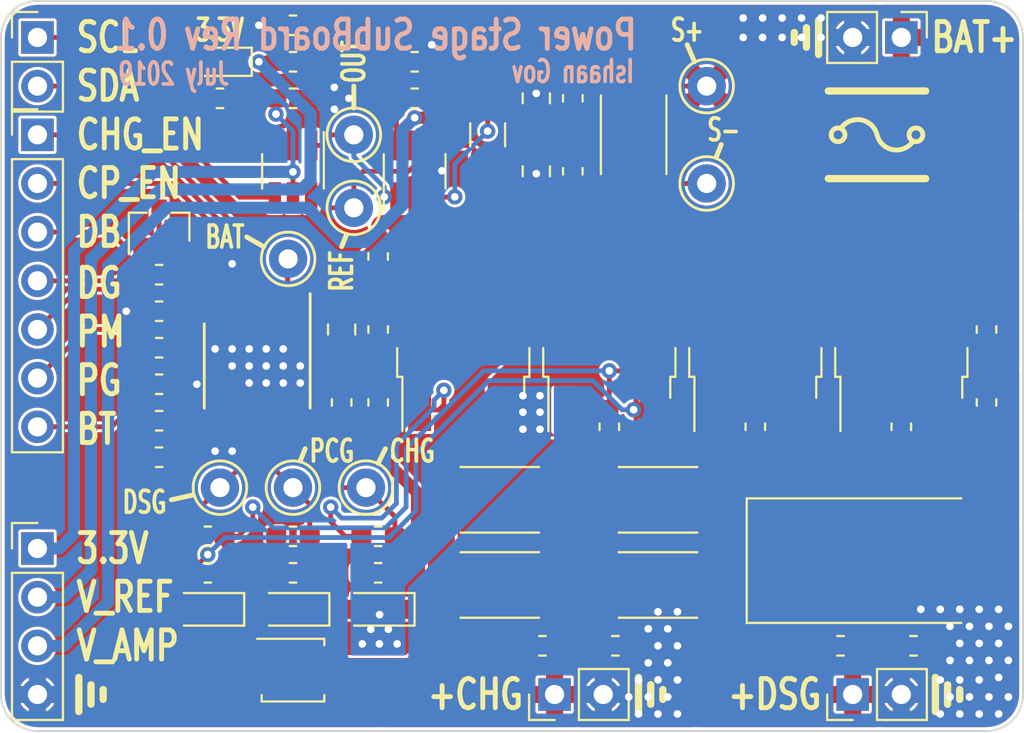
<source format=kicad_pcb>
(kicad_pcb (version 20171130) (host pcbnew "(5.1.2)-2")
  (layers (0 F.Cu signal) (31 B.Cu signal) (34 B.Paste user) (35 F.Paste user) (36 B.SilkS user) (37 F.SilkS user) (38 B.Mask user) (39 F.Mask user) (44 Edge.Cuts user))
  (net 0 "")
  (net 1 +3V3)
  (net 2 GND)
  (net 3 "Net-(C3-Pad2)")
  (net 4 "Net-(C5-Pad2)")
  (net 5 "Net-(C6-Pad1)")
  (net 6 "Net-(C7-Pad2)")
  (net 7 "Net-(C10-Pad1)")
  (net 8 "Net-(C14-Pad1)")
  (net 9 "Net-(C10-Pad2)")
  (net 10 "Net-(C11-Pad2)")
  (net 11 "Net-(C12-Pad2)")
  (net 12 "Net-(C13-Pad1)")
  (net 13 "Net-(C14-Pad2)")
  (net 14 "Net-(C16-Pad2)")
  (net 15 "Net-(D1-Pad2)")
  (net 16 "Net-(D2-Pad2)")
  (net 17 "Net-(D3-Pad1)")
  (net 18 "Net-(F1-Pad1)")
  (net 19 "Net-(F1-Pad2)")
  (net 20 "Net-(FB1-Pad2)")
  (net 21 +3.3VA)
  (net 22 "Net-(FB3-Pad1)")
  (net 23 "Net-(FB4-Pad1)")
  (net 24 "Net-(FB5-Pad1)")
  (net 25 "Net-(J4-Pad3)")
  (net 26 "Net-(Q2-Pad5)")
  (net 27 "Net-(R11-Pad2)")
  (net 28 "Net-(R14-Pad1)")
  (net 29 "Net-(D5-Pad2)")
  (net 30 /BAT_SENSE)
  (net 31 /PCHG_EN)
  (net 32 /PMON_EN)
  (net 33 /DSG_EN)
  (net 34 /CP_EN)
  (net 35 /CHG_EN)
  (net 36 /SDA)
  (net 37 /SCL)
  (net 38 "Net-(Q6-Pad3)")
  (net 39 /VR)
  (net 40 /VO)
  (net 41 /BAT)
  (net 42 /CHG)
  (net 43 /PCHG)
  (net 44 /DSG)
  (module Connector_PinHeader_2.54mm:PinHeader_1x07_P2.54mm_Vertical (layer F.Cu) (at 131.445 83.82)
    (fp_text reference J4 hide)
    (fp_text value Conn_01x07 hide)
    (pad 7 thru_hole oval (at 0 15.24) (size 1.7 1.7) (drill 1) (layers *.Cu *.Mask) (net 30 /BAT_SENSE))
    (pad 6 thru_hole oval (at 0 12.7) (size 1.7 1.7) (drill 1) (layers *.Cu *.Mask) (net 31 /PCHG_EN))
    (pad 5 thru_hole oval (at 0 10.16) (size 1.7 1.7) (drill 1) (layers *.Cu *.Mask) (net 32 /PMON_EN))
    (pad 4 thru_hole oval (at 0 7.62) (size 1.7 1.7) (drill 1) (layers *.Cu *.Mask) (net 33 /DSG_EN))
    (pad 3 thru_hole oval (at 0 5.08) (size 1.7 1.7) (drill 1) (layers *.Cu *.Mask) (net 25 "Net-(J4-Pad3)"))
    (pad 2 thru_hole oval (at 0 2.54) (size 1.7 1.7) (drill 1) (layers *.Cu *.Mask) (net 34 /CP_EN))
    (pad 1 thru_hole rect (at 0 0) (size 1.7 1.7) (drill 1) (layers *.Cu *.Mask) (net 35 /CHG_EN))
  )
  (module Resistor_SMD:R_0603_1608Metric_Pad1.05x0.95mm_HandSolder (layer F.Cu) (at 137.795 91.1225)
    (fp_text reference R20 hide)
    (fp_text value 10K hide)
    (pad 2 smd roundrect (at 0.875 0) (size 1.05 0.95) (layers F.Cu F.Paste F.Mask) (net 38 "Net-(Q6-Pad3)"))
    (pad 1 smd roundrect (at -0.875 0) (size 1.05 0.95) (layers F.Cu F.Paste F.Mask) (net 33 /DSG_EN))
  )
  (module Package_TO_SOT_SMD:SOT-23 (layer F.Cu) (at 137.795 88.646 90)
    (fp_text reference Q6 hide)
    (fp_text value RUC002N05HZGT116 hide)
    (pad 3 smd rect (at 1 0 90) (size 0.9 0.8) (layers F.Cu F.Paste F.Mask) (net 38 "Net-(Q6-Pad3)"))
    (pad 2 smd rect (at -1 0.95 90) (size 0.9 0.8) (layers F.Cu F.Paste F.Mask) (net 2 GND))
    (pad 1 smd rect (at -1 -0.95 90) (size 0.9 0.8) (layers F.Cu F.Paste F.Mask) (net 25 "Net-(J4-Pad3)"))
  )
  (module Resistor_SMD:R_0603_1608Metric_Pad1.05x0.95mm_HandSolder (layer F.Cu) (at 140.97 81.915)
    (fp_text reference R19 hide)
    (fp_text value 100R hide)
    (pad 2 smd roundrect (at 0.875 0) (size 1.05 0.95) (layers F.Cu F.Paste F.Mask) (net 1 +3V3))
    (pad 1 smd roundrect (at -0.875 0) (size 1.05 0.95) (layers F.Cu F.Paste F.Mask) (net 29 "Net-(D5-Pad2)"))
  )
  (module LED_SMD:LED_0603_1608Metric_Pad1.05x0.95mm_HandSolder (layer F.Cu) (at 140.97 80.01 180)
    (fp_text reference D5 hide)
    (fp_text value RED hide)
    (pad 2 smd roundrect (at 0.875 0 180) (size 1.05 0.95) (layers F.Cu F.Paste F.Mask) (net 29 "Net-(D5-Pad2)"))
    (pad 1 smd roundrect (at -0.875 0 180) (size 1.05 0.95) (layers F.Cu F.Paste F.Mask) (net 2 GND))
  )
  (module Package_TO_SOT_SMD:TO-252-2 (layer F.Cu) (at 176.53 93.98 90)
    (fp_text reference Q5 hide)
    (fp_text value FDD86387 hide)
    (pad 2 smd rect (at 2.1 0 90) (size 6.4 5.8) (layers F.Cu F.Mask) (net 9 "Net-(C10-Pad2)"))
    (pad 3 smd rect (at -4.2 2.28 90) (size 2.2 1.2) (layers F.Cu F.Paste F.Mask) (net 11 "Net-(C12-Pad2)"))
    (pad 1 smd rect (at -4.2 -2.28 90) (size 2.2 1.2) (layers F.Cu F.Paste F.Mask) (net 24 "Net-(FB5-Pad1)"))
  )
  (module Diode_SMD:D_SOD-323_HandSoldering (layer F.Cu) (at 149.225 108.585 180)
    (fp_text reference D1 hide)
    (fp_text value 12V hide)
    (pad 2 smd rect (at 1.25 0 180) (size 1 1) (layers F.Cu F.Paste F.Mask) (net 15 "Net-(D1-Pad2)"))
    (pad 1 smd rect (at -1.25 0 180) (size 1 1) (layers F.Cu F.Paste F.Mask) (net 9 "Net-(C10-Pad2)"))
  )
  (module Resistor_SMD:R_2512_6332Metric_Pad1.52x3.35mm_HandSolder (layer F.Cu) (at 163.83 107.315 180)
    (fp_text reference R16 hide)
    (fp_text value "200R 1W" hide)
    (pad 2 smd roundrect (at 2.9875 0 180) (size 1.525 3.35) (layers F.Cu F.Paste F.Mask) (roundrect_rratio 0.163934) (net 28 "Net-(R14-Pad1)"))
    (pad 1 smd roundrect (at -2.9875 0 180) (size 1.525 3.35) (layers F.Cu F.Paste F.Mask) (roundrect_rratio 0.163934) (net 11 "Net-(C12-Pad2)"))
  )
  (module Resistor_SMD:R_2512_6332Metric_Pad1.52x3.35mm_HandSolder (layer F.Cu) (at 155.575 102.87 180)
    (fp_text reference R15 hide)
    (fp_text value "200R 1W" hide)
    (pad 2 smd roundrect (at 2.9875 0 180) (size 1.525 3.35) (layers F.Cu F.Paste F.Mask) (roundrect_rratio 0.163934) (net 26 "Net-(Q2-Pad5)"))
    (pad 1 smd roundrect (at -2.9875 0 180) (size 1.525 3.35) (layers F.Cu F.Paste F.Mask) (roundrect_rratio 0.163934) (net 28 "Net-(R14-Pad1)"))
  )
  (module Resistor_SMD:R_2512_6332Metric_Pad1.52x3.35mm_HandSolder (layer F.Cu) (at 155.575 107.315 180)
    (fp_text reference R14 hide)
    (fp_text value "200R 1W" hide)
    (pad 2 smd roundrect (at 2.9875 0 180) (size 1.525 3.35) (layers F.Cu F.Paste F.Mask) (roundrect_rratio 0.163934) (net 26 "Net-(Q2-Pad5)"))
    (pad 1 smd roundrect (at -2.9875 0 180) (size 1.525 3.35) (layers F.Cu F.Paste F.Mask) (roundrect_rratio 0.163934) (net 28 "Net-(R14-Pad1)"))
  )
  (module Package_SO:TSSOP-16_4.4x5mm_P0.65mm (layer F.Cu) (at 142.875 95.885 270)
    (fp_text reference U3 hide)
    (fp_text value BQ76200 hide)
    (pad 16 smd rect (at 2.95 -2.275 270) (size 1.5 0.45) (layers F.Cu F.Paste F.Mask) (net 42 /CHG))
    (pad 15 smd rect (at 2.95 -1.625 270) (size 1.5 0.45) (layers F.Cu F.Paste F.Mask))
    (pad 14 smd rect (at 2.95 -0.975 270) (size 1.5 0.45) (layers F.Cu F.Paste F.Mask) (net 43 /PCHG))
    (pad 13 smd rect (at 2.95 -0.325 270) (size 1.5 0.45) (layers F.Cu F.Paste F.Mask))
    (pad 12 smd rect (at 2.95 0.325 270) (size 1.5 0.45) (layers F.Cu F.Paste F.Mask) (net 44 /DSG))
    (pad 11 smd rect (at 2.95 0.975 270) (size 1.5 0.45) (layers F.Cu F.Paste F.Mask) (net 12 "Net-(C13-Pad1)"))
    (pad 10 smd rect (at 2.95 1.625 270) (size 1.5 0.45) (layers F.Cu F.Paste F.Mask) (net 27 "Net-(R11-Pad2)"))
    (pad 9 smd rect (at 2.95 2.275 270) (size 1.5 0.45) (layers F.Cu F.Paste F.Mask) (net 2 GND))
    (pad 8 smd rect (at -2.95 2.275 270) (size 1.5 0.45) (layers F.Cu F.Paste F.Mask) (net 31 /PCHG_EN))
    (pad 7 smd rect (at -2.95 1.625 270) (size 1.5 0.45) (layers F.Cu F.Paste F.Mask) (net 32 /PMON_EN))
    (pad 6 smd rect (at -2.95 0.975 270) (size 1.5 0.45) (layers F.Cu F.Paste F.Mask) (net 38 "Net-(Q6-Pad3)"))
    (pad 5 smd rect (at -2.95 0.325 270) (size 1.5 0.45) (layers F.Cu F.Paste F.Mask) (net 34 /CP_EN))
    (pad 4 smd rect (at -2.95 -0.325 270) (size 1.5 0.45) (layers F.Cu F.Paste F.Mask) (net 35 /CHG_EN))
    (pad 3 smd rect (at -2.95 -0.975 270) (size 1.5 0.45) (layers F.Cu F.Paste F.Mask))
    (pad 2 smd rect (at -2.95 -1.625 270) (size 1.5 0.45) (layers F.Cu F.Paste F.Mask) (net 41 /BAT))
    (pad 1 smd rect (at -2.95 -2.275 270) (size 1.5 0.45) (layers F.Cu F.Paste F.Mask) (net 4 "Net-(C5-Pad2)"))
  )
  (module Package_TO_SOT_SMD:SOT-23-6_Handsoldering (layer F.Cu) (at 151.13 85.725 90)
    (fp_text reference U2 hide)
    (fp_text value MCP6C02_xxx hide)
    (pad 5 smd rect (at 1.35 0 90) (size 1.56 0.65) (layers F.Cu F.Paste F.Mask) (net 39 /VR))
    (pad 6 smd rect (at 1.35 -0.95 90) (size 1.56 0.65) (layers F.Cu F.Paste F.Mask) (net 3 "Net-(C3-Pad2)"))
    (pad 4 smd rect (at 1.35 0.95 90) (size 1.56 0.65) (layers F.Cu F.Paste F.Mask) (net 6 "Net-(C7-Pad2)"))
    (pad 3 smd rect (at -1.35 0.95 90) (size 1.56 0.65) (layers F.Cu F.Paste F.Mask) (net 5 "Net-(C6-Pad1)"))
    (pad 2 smd rect (at -1.35 0 90) (size 1.56 0.65) (layers F.Cu F.Paste F.Mask) (net 2 GND))
    (pad 1 smd rect (at -1.35 -0.95 90) (size 1.56 0.65) (layers F.Cu F.Paste F.Mask) (net 40 /VO))
  )
  (module Package_TO_SOT_SMD:SOT-23-6_Handsoldering (layer F.Cu) (at 144.78 85.725 270)
    (fp_text reference U1 hide)
    (fp_text value MCP3425A0T-ECH hide)
    (pad 5 smd rect (at 1.35 0 270) (size 1.56 0.65) (layers F.Cu F.Paste F.Mask) (net 1 +3V3))
    (pad 6 smd rect (at 1.35 -0.95 270) (size 1.56 0.65) (layers F.Cu F.Paste F.Mask) (net 39 /VR))
    (pad 4 smd rect (at 1.35 0.95 270) (size 1.56 0.65) (layers F.Cu F.Paste F.Mask) (net 36 /SDA))
    (pad 3 smd rect (at -1.35 0.95 270) (size 1.56 0.65) (layers F.Cu F.Paste F.Mask) (net 37 /SCL))
    (pad 2 smd rect (at -1.35 0 270) (size 1.56 0.65) (layers F.Cu F.Paste F.Mask) (net 2 GND))
    (pad 1 smd rect (at -1.35 -0.95 270) (size 1.56 0.65) (layers F.Cu F.Paste F.Mask) (net 40 /VO))
  )
  (module TestPoint:TestPoint_Keystone_5000-5004_Miniature (layer F.Cu) (at 140.97 102.235)
    (fp_text reference TP8 hide)
    (fp_text value TestPoint_Probe hide)
    (pad 1 thru_hole circle (at 0 0) (size 2 2) (drill 1) (layers *.Cu *.Mask) (net 44 /DSG))
  )
  (module TestPoint:TestPoint_Keystone_5000-5004_Miniature (layer F.Cu) (at 144.78 102.235)
    (fp_text reference TP7 hide)
    (fp_text value TestPoint_Probe hide)
    (pad 1 thru_hole circle (at 0 0) (size 2 2) (drill 1) (layers *.Cu *.Mask) (net 43 /PCHG))
  )
  (module TestPoint:TestPoint_Keystone_5000-5004_Miniature (layer F.Cu) (at 148.59 102.235)
    (fp_text reference TP6 hide)
    (fp_text value TestPoint_Probe hide)
    (pad 1 thru_hole circle (at 0 0) (size 2 2) (drill 1) (layers *.Cu *.Mask) (net 42 /CHG))
  )
  (module TestPoint:TestPoint_Keystone_5000-5004_Miniature (layer F.Cu) (at 166.37 86.36)
    (fp_text reference TP5 hide)
    (fp_text value TestPoint_Probe hide)
    (pad 1 thru_hole circle (at 0 0) (size 2 2) (drill 1) (layers *.Cu *.Mask) (net 9 "Net-(C10-Pad2)"))
  )
  (module TestPoint:TestPoint_Keystone_5000-5004_Miniature (layer F.Cu) (at 166.37 81.28)
    (fp_text reference TP4 hide)
    (fp_text value TestPoint_Probe hide)
    (pad 1 thru_hole circle (at 0 0) (size 2 2) (drill 1) (layers *.Cu *.Mask) (net 18 "Net-(F1-Pad1)"))
  )
  (module TestPoint:TestPoint_Keystone_5000-5004_Miniature (layer F.Cu) (at 144.526 90.297)
    (fp_text reference TP3 hide)
    (fp_text value TestPoint_Probe hide)
    (pad 1 thru_hole circle (at 0 0) (size 2 2) (drill 1) (layers *.Cu *.Mask) (net 41 /BAT))
  )
  (module TestPoint:TestPoint_Keystone_5000-5004_Miniature (layer F.Cu) (at 147.955 87.63)
    (fp_text reference TP2 hide)
    (fp_text value TestPoint_Probe hide)
    (pad 1 thru_hole circle (at 0 0) (size 2 2) (drill 1) (layers *.Cu *.Mask) (net 39 /VR))
  )
  (module TestPoint:TestPoint_Keystone_5000-5004_Miniature (layer F.Cu) (at 147.955 83.82)
    (fp_text reference TP1 hide)
    (fp_text value TestPoint_Probe hide)
    (pad 1 thru_hole circle (at 0 0) (size 2 2) (drill 1) (layers *.Cu *.Mask) (net 40 /VO))
  )
  (module Resistor_SMD:R_0603_1608Metric_Pad1.05x0.95mm_HandSolder (layer F.Cu) (at 137.795 94.9325 180)
    (fp_text reference R18 hide)
    (fp_text value 100R hide)
    (pad 2 smd roundrect (at 0.875 0 180) (size 1.05 0.95) (layers F.Cu F.Paste F.Mask) (net 11 "Net-(C12-Pad2)"))
    (pad 1 smd roundrect (at -0.875 0 180) (size 1.05 0.95) (layers F.Cu F.Paste F.Mask) (net 12 "Net-(C13-Pad1)"))
  )
  (module Resistor_SMD:R_2512_6332Metric_Pad1.52x3.35mm_HandSolder (layer F.Cu) (at 163.83 102.87 180)
    (fp_text reference R17 hide)
    (fp_text value "200R 1W" hide)
    (pad 2 smd roundrect (at 2.9875 0 180) (size 1.525 3.35) (layers F.Cu F.Paste F.Mask) (roundrect_rratio 0.163934) (net 28 "Net-(R14-Pad1)"))
    (pad 1 smd roundrect (at -2.9875 0 180) (size 1.525 3.35) (layers F.Cu F.Paste F.Mask) (roundrect_rratio 0.163934) (net 11 "Net-(C12-Pad2)"))
  )
  (module Resistor_SMD:R_0603_1608Metric_Pad1.05x0.95mm_HandSolder (layer F.Cu) (at 140.335 106.68)
    (fp_text reference R13 hide)
    (fp_text value 10M hide)
    (pad 2 smd roundrect (at 0.875 0) (size 1.05 0.95) (layers F.Cu F.Paste F.Mask) (net 17 "Net-(D3-Pad1)"))
    (pad 1 smd roundrect (at -0.875 0) (size 1.05 0.95) (layers F.Cu F.Paste F.Mask) (net 11 "Net-(C12-Pad2)"))
  )
  (module Resistor_SMD:R_0603_1608Metric_Pad1.05x0.95mm_HandSolder (layer F.Cu) (at 140.335 104.775)
    (fp_text reference R12 hide)
    (fp_text value 100R hide)
    (pad 2 smd roundrect (at 0.875 0) (size 1.05 0.95) (layers F.Cu F.Paste F.Mask) (net 17 "Net-(D3-Pad1)"))
    (pad 1 smd roundrect (at -0.875 0) (size 1.05 0.95) (layers F.Cu F.Paste F.Mask) (net 44 /DSG))
  )
  (module Resistor_SMD:R_0603_1608Metric_Pad1.05x0.95mm_HandSolder (layer F.Cu) (at 137.795 98.7425)
    (fp_text reference R11 hide)
    (fp_text value 240K hide)
    (pad 2 smd roundrect (at 0.875 0) (size 1.05 0.95) (layers F.Cu F.Paste F.Mask) (net 27 "Net-(R11-Pad2)"))
    (pad 1 smd roundrect (at -0.875 0) (size 1.05 0.95) (layers F.Cu F.Paste F.Mask) (net 30 /BAT_SENSE))
  )
  (module Resistor_SMD:R_0603_1608Metric_Pad1.05x0.95mm_HandSolder (layer F.Cu) (at 144.78 104.775 180)
    (fp_text reference R10 hide)
    (fp_text value 100R hide)
    (pad 2 smd roundrect (at 0.875 0 180) (size 1.05 0.95) (layers F.Cu F.Paste F.Mask) (net 16 "Net-(D2-Pad2)"))
    (pad 1 smd roundrect (at -0.875 0 180) (size 1.05 0.95) (layers F.Cu F.Paste F.Mask) (net 43 /PCHG))
  )
  (module Resistor_SMD:R_0603_1608Metric_Pad1.05x0.95mm_HandSolder (layer F.Cu) (at 144.78 106.68)
    (fp_text reference R9 hide)
    (fp_text value 10M hide)
    (pad 2 smd roundrect (at 0.875 0) (size 1.05 0.95) (layers F.Cu F.Paste F.Mask) (net 9 "Net-(C10-Pad2)"))
    (pad 1 smd roundrect (at -0.875 0) (size 1.05 0.95) (layers F.Cu F.Paste F.Mask) (net 16 "Net-(D2-Pad2)"))
  )
  (module Resistor_SMD:R_0603_1608Metric_Pad1.05x0.95mm_HandSolder (layer F.Cu) (at 137.795 96.8375 180)
    (fp_text reference R8 hide)
    (fp_text value 10K hide)
    (pad 2 smd roundrect (at 0.875 0 180) (size 1.05 0.95) (layers F.Cu F.Paste F.Mask) (net 30 /BAT_SENSE))
    (pad 1 smd roundrect (at -0.875 0 180) (size 1.05 0.95) (layers F.Cu F.Paste F.Mask) (net 2 GND))
  )
  (module Resistor_SMD:R_0603_1608Metric_Pad1.05x0.95mm_HandSolder (layer F.Cu) (at 137.795 100.6475)
    (fp_text reference R7 hide)
    (fp_text value 240K hide)
    (pad 2 smd roundrect (at 0.875 0) (size 1.05 0.95) (layers F.Cu F.Paste F.Mask) (net 27 "Net-(R11-Pad2)"))
    (pad 1 smd roundrect (at -0.875 0) (size 1.05 0.95) (layers F.Cu F.Paste F.Mask) (net 30 /BAT_SENSE))
  )
  (module Resistor_SMD:R_0603_1608Metric_Pad1.05x0.95mm_HandSolder (layer F.Cu) (at 149.225 104.775 180)
    (fp_text reference R6 hide)
    (fp_text value 100R hide)
    (pad 2 smd roundrect (at 0.875 0 180) (size 1.05 0.95) (layers F.Cu F.Paste F.Mask) (net 15 "Net-(D1-Pad2)"))
    (pad 1 smd roundrect (at -0.875 0 180) (size 1.05 0.95) (layers F.Cu F.Paste F.Mask) (net 42 /CHG))
  )
  (module Resistor_SMD:R_0603_1608Metric_Pad1.05x0.95mm_HandSolder (layer F.Cu) (at 149.225 106.68)
    (fp_text reference R5 hide)
    (fp_text value 10M hide)
    (pad 2 smd roundrect (at 0.875 0) (size 1.05 0.95) (layers F.Cu F.Paste F.Mask) (net 9 "Net-(C10-Pad2)"))
    (pad 1 smd roundrect (at -0.875 0) (size 1.05 0.95) (layers F.Cu F.Paste F.Mask) (net 15 "Net-(D1-Pad2)"))
  )
  (module Resistor_SMD:R_0603_1608Metric_Pad1.05x0.95mm_HandSolder (layer F.Cu) (at 159.385 85.725 270)
    (fp_text reference R4 hide)
    (fp_text value 100R hide)
    (pad 2 smd roundrect (at 0.875 0 270) (size 1.05 0.95) (layers F.Cu F.Paste F.Mask) (net 9 "Net-(C10-Pad2)"))
    (pad 1 smd roundrect (at -0.875 0 270) (size 1.05 0.95) (layers F.Cu F.Paste F.Mask) (net 6 "Net-(C7-Pad2)"))
  )
  (module Resistor_SMD:R_2512_6332Metric_Pad1.52x3.35mm_HandSolder (layer F.Cu) (at 162.56 83.82 90)
    (fp_text reference R3 hide)
    (fp_text value 1mR hide)
    (pad 2 smd roundrect (at 2.9875 0 90) (size 1.525 3.35) (layers F.Cu F.Paste F.Mask) (roundrect_rratio 0.163934) (net 18 "Net-(F1-Pad1)"))
    (pad 1 smd roundrect (at -2.9875 0 90) (size 1.525 3.35) (layers F.Cu F.Paste F.Mask) (roundrect_rratio 0.163934) (net 9 "Net-(C10-Pad2)"))
  )
  (module Resistor_SMD:R_0603_1608Metric_Pad1.05x0.95mm_HandSolder (layer F.Cu) (at 159.385 81.915 90)
    (fp_text reference R2 hide)
    (fp_text value 100R hide)
    (pad 2 smd roundrect (at 0.875 0 90) (size 1.05 0.95) (layers F.Cu F.Paste F.Mask) (net 18 "Net-(F1-Pad1)"))
    (pad 1 smd roundrect (at -0.875 0 90) (size 1.05 0.95) (layers F.Cu F.Paste F.Mask) (net 5 "Net-(C6-Pad1)"))
  )
  (module Resistor_SMD:R_0603_1608Metric_Pad1.05x0.95mm_HandSolder (layer F.Cu) (at 149.225 90.17 270)
    (fp_text reference R1 hide)
    (fp_text value 100R hide)
    (pad 2 smd roundrect (at 0.875 0 270) (size 1.05 0.95) (layers F.Cu F.Paste F.Mask) (net 9 "Net-(C10-Pad2)"))
    (pad 1 smd roundrect (at -0.875 0 270) (size 1.05 0.95) (layers F.Cu F.Paste F.Mask) (net 41 /BAT))
  )
  (module Package_TO_SOT_SMD:TO-252-2 (layer F.Cu) (at 161.29 93.98 90)
    (fp_text reference Q4 hide)
    (fp_text value FDD86387 hide)
    (pad 2 smd rect (at 2.1 0 90) (size 6.4 5.8) (layers F.Cu F.Mask) (net 9 "Net-(C10-Pad2)"))
    (pad 3 smd rect (at -4.2 2.28 90) (size 2.2 1.2) (layers F.Cu F.Paste F.Mask) (net 11 "Net-(C12-Pad2)"))
    (pad 1 smd rect (at -4.2 -2.28 90) (size 2.2 1.2) (layers F.Cu F.Paste F.Mask) (net 23 "Net-(FB4-Pad1)"))
  )
  (module Package_TO_SOT_SMD:TO-252-2 (layer F.Cu) (at 168.91 93.98 90)
    (fp_text reference Q3 hide)
    (fp_text value FDD86387 hide)
    (pad 2 smd rect (at 2.1 0 90) (size 6.4 5.8) (layers F.Cu F.Mask) (net 9 "Net-(C10-Pad2)"))
    (pad 3 smd rect (at -4.2 2.28 90) (size 2.2 1.2) (layers F.Cu F.Paste F.Mask) (net 11 "Net-(C12-Pad2)"))
    (pad 1 smd rect (at -4.2 -2.28 90) (size 2.2 1.2) (layers F.Cu F.Paste F.Mask) (net 22 "Net-(FB3-Pad1)"))
  )
  (module Package_SO:Vishay_PowerPAK_1212-8_Single (layer F.Cu) (at 144.78 111.76)
    (fp_text reference Q2 hide)
    (fp_text value SQJ479EP hide)
    (pad 5 smd custom (at 0.5575 0) (size 1.725 2.235) (layers F.Cu F.Paste F.Mask) (net 26 "Net-(Q2-Pad5)") (options (clearance outline) (anchor rect)) (primitives (gr_poly (pts (xy 0.8625 0.1275) (xy 0.8625 -0.1275) (xy 1.3725 -0.1275) (xy 1.3725 -0.5325) (xy 0.8625 -0.5325) (xy 0.8625 -0.7875) (xy 1.3725 -0.7875) (xy 1.3725 -1.195) (xy 0.6125 -1.195) (xy 0.6125 1.195) (xy 1.3725 1.195) (xy 1.3725 0.7875) (xy 0.8625 0.7875) (xy 0.8625 0.5325) (xy 1.3725 0.5325) (xy 1.3725 0.1275)) (width 0))))
    (pad 4 smd rect (at -1.435 0.99) (size 0.99 0.405) (layers F.Cu F.Paste F.Mask) (net 16 "Net-(D2-Pad2)"))
    (pad 3 smd rect (at -1.435 0.33) (size 0.99 0.405) (layers F.Cu F.Paste F.Mask) (net 9 "Net-(C10-Pad2)"))
    (pad 2 smd rect (at -1.435 -0.33) (size 0.99 0.405) (layers F.Cu F.Paste F.Mask) (net 9 "Net-(C10-Pad2)"))
    (pad 1 smd rect (at -1.435 -0.99) (size 0.99 0.405) (layers F.Cu F.Paste F.Mask) (net 9 "Net-(C10-Pad2)"))
  )
  (module Package_TO_SOT_SMD:TO-252-2 (layer F.Cu) (at 153.67 93.98 90)
    (fp_text reference Q1 hide)
    (fp_text value TK7S10N1Z hide)
    (pad 2 smd rect (at 2.1 0 90) (size 6.4 5.8) (layers F.Cu F.Mask) (net 8 "Net-(C14-Pad1)"))
    (pad 3 smd rect (at -4.2 2.28 90) (size 2.2 1.2) (layers F.Cu F.Paste F.Mask) (net 9 "Net-(C10-Pad2)"))
    (pad 1 smd rect (at -4.2 -2.28 90) (size 2.2 1.2) (layers F.Cu F.Paste F.Mask) (net 15 "Net-(D1-Pad2)"))
  )
  (module Connector_PinHeader_2.54mm:PinHeader_1x02_P2.54mm_Vertical (layer F.Cu) (at 173.99 113.03 90)
    (fp_text reference J6 hide)
    (fp_text value Conn_01x02 hide)
    (pad 2 thru_hole oval (at 0 2.54 90) (size 1.7 1.7) (drill 1) (layers *.Cu *.Mask) (net 2 GND))
    (pad 1 thru_hole rect (at 0 0 90) (size 1.7 1.7) (drill 1) (layers *.Cu *.Mask) (net 11 "Net-(C12-Pad2)"))
  )
  (module Connector_PinHeader_2.54mm:PinHeader_1x02_P2.54mm_Vertical (layer F.Cu) (at 158.4325 113.03 90)
    (fp_text reference J5 hide)
    (fp_text value Conn_01x02 hide)
    (pad 2 thru_hole oval (at 0 2.54 90) (size 1.7 1.7) (drill 1) (layers *.Cu *.Mask) (net 2 GND))
    (pad 1 thru_hole rect (at 0 0 90) (size 1.7 1.7) (drill 1) (layers *.Cu *.Mask) (net 8 "Net-(C14-Pad1)"))
  )
  (module Connector_PinHeader_2.54mm:PinHeader_1x04_P2.54mm_Vertical (layer F.Cu) (at 131.445 105.41)
    (fp_text reference J3 hide)
    (fp_text value Conn_01x04 hide)
    (pad 4 thru_hole oval (at 0 7.62) (size 1.7 1.7) (drill 1) (layers *.Cu *.Mask) (net 2 GND))
    (pad 3 thru_hole oval (at 0 5.08) (size 1.7 1.7) (drill 1) (layers *.Cu *.Mask) (net 21 +3.3VA))
    (pad 2 thru_hole oval (at 0 2.54) (size 1.7 1.7) (drill 1) (layers *.Cu *.Mask) (net 20 "Net-(FB1-Pad2)"))
    (pad 1 thru_hole rect (at 0 0) (size 1.7 1.7) (drill 1) (layers *.Cu *.Mask) (net 1 +3V3))
  )
  (module Connector_PinHeader_2.54mm:PinHeader_1x02_P2.54mm_Vertical (layer F.Cu) (at 131.445 78.74)
    (fp_text reference J2 hide)
    (fp_text value Conn_01x02 hide)
    (pad 2 thru_hole oval (at 0 2.54) (size 1.7 1.7) (drill 1) (layers *.Cu *.Mask) (net 36 /SDA))
    (pad 1 thru_hole rect (at 0 0) (size 1.7 1.7) (drill 1) (layers *.Cu *.Mask) (net 37 /SCL))
  )
  (module Connector_PinHeader_2.54mm:PinHeader_1x02_P2.54mm_Vertical (layer F.Cu) (at 176.53 78.74 270)
    (fp_text reference J1 hide)
    (fp_text value Conn_01x02 hide)
    (pad 2 thru_hole oval (at 0 2.54 270) (size 1.7 1.7) (drill 1) (layers *.Cu *.Mask) (net 2 GND))
    (pad 1 thru_hole rect (at 0 0 270) (size 1.7 1.7) (drill 1) (layers *.Cu *.Mask) (net 19 "Net-(F1-Pad2)"))
  )
  (module Inductor_SMD:L_0603_1608Metric_Pad1.05x0.95mm_HandSolder (layer F.Cu) (at 176.53 99.06 90)
    (fp_text reference FB5 hide)
    (fp_text value 600R hide)
    (pad 2 smd roundrect (at 0.875 0 90) (size 1.05 0.95) (layers F.Cu F.Paste F.Mask) (net 17 "Net-(D3-Pad1)"))
    (pad 1 smd roundrect (at -0.875 0 90) (size 1.05 0.95) (layers F.Cu F.Paste F.Mask) (net 24 "Net-(FB5-Pad1)"))
  )
  (module Inductor_SMD:L_0603_1608Metric_Pad1.05x0.95mm_HandSolder (layer F.Cu) (at 161.29 99.06 90)
    (fp_text reference FB4 hide)
    (fp_text value 600R hide)
    (pad 2 smd roundrect (at 0.875 0 90) (size 1.05 0.95) (layers F.Cu F.Paste F.Mask) (net 17 "Net-(D3-Pad1)"))
    (pad 1 smd roundrect (at -0.875 0 90) (size 1.05 0.95) (layers F.Cu F.Paste F.Mask) (net 23 "Net-(FB4-Pad1)"))
  )
  (module Inductor_SMD:L_0603_1608Metric_Pad1.05x0.95mm_HandSolder (layer F.Cu) (at 168.91 99.06 90)
    (fp_text reference FB3 hide)
    (fp_text value 600R hide)
    (pad 2 smd roundrect (at 0.875 0 90) (size 1.05 0.95) (layers F.Cu F.Paste F.Mask) (net 17 "Net-(D3-Pad1)"))
    (pad 1 smd roundrect (at -0.875 0 90) (size 1.05 0.95) (layers F.Cu F.Paste F.Mask) (net 22 "Net-(FB3-Pad1)"))
  )
  (module Inductor_SMD:L_0603_1608Metric_Pad1.05x0.95mm_HandSolder (layer F.Cu) (at 151.13 81.915)
    (fp_text reference FB2 hide)
    (fp_text value 600R hide)
    (pad 2 smd roundrect (at 0.875 0) (size 1.05 0.95) (layers F.Cu F.Paste F.Mask) (net 21 +3.3VA))
    (pad 1 smd roundrect (at -0.875 0) (size 1.05 0.95) (layers F.Cu F.Paste F.Mask) (net 3 "Net-(C3-Pad2)"))
  )
  (module Inductor_SMD:L_0603_1608Metric_Pad1.05x0.95mm_HandSolder (layer F.Cu) (at 144.78 80.01 180)
    (fp_text reference FB1 hide)
    (fp_text value 600R hide)
    (pad 2 smd roundrect (at 0.875 0 180) (size 1.05 0.95) (layers F.Cu F.Paste F.Mask) (net 20 "Net-(FB1-Pad2)"))
    (pad 1 smd roundrect (at -0.875 0 180) (size 1.05 0.95) (layers F.Cu F.Paste F.Mask) (net 39 /VR))
  )
  (module Fuse:Fuse_1025HCxx-RTR (layer F.Cu) (at 175.26 83.82)
    (fp_text reference F1 hide)
    (fp_text value 40A hide)
    (pad 1 smd roundrect (at -4.755 0) (size 3.8 5.65) (layers F.Cu F.Paste F.Mask) (roundrect_rratio 0.125) (net 18 "Net-(F1-Pad1)"))
    (pad 2 smd roundrect (at 4.755 0) (size 3.8 5.65) (layers F.Cu F.Paste F.Mask) (roundrect_rratio 0.125) (net 19 "Net-(F1-Pad2)"))
  )
  (module Diode_SMD:D_SMC_Handsoldering (layer F.Cu) (at 175.26 106.045)
    (fp_text reference D4 hide)
    (fp_text value "58V TVS" hide)
    (pad 2 smd rect (at 4.4 0 90) (size 3.3 4.5) (layers F.Cu F.Paste F.Mask) (net 2 GND))
    (pad 1 smd rect (at -4.4 0 90) (size 3.3 4.5) (layers F.Cu F.Paste F.Mask) (net 11 "Net-(C12-Pad2)"))
  )
  (module Diode_SMD:D_SOD-323_HandSoldering (layer F.Cu) (at 140.335 108.585 180)
    (fp_text reference D3 hide)
    (fp_text value 12V hide)
    (pad 2 smd rect (at 1.25 0 180) (size 1 1) (layers F.Cu F.Paste F.Mask) (net 11 "Net-(C12-Pad2)"))
    (pad 1 smd rect (at -1.25 0 180) (size 1 1) (layers F.Cu F.Paste F.Mask) (net 17 "Net-(D3-Pad1)"))
  )
  (module Diode_SMD:D_SOD-323_HandSoldering (layer F.Cu) (at 144.78 108.585 180)
    (fp_text reference D2 hide)
    (fp_text value 12V hide)
    (pad 2 smd rect (at 1.25 0 180) (size 1 1) (layers F.Cu F.Paste F.Mask) (net 16 "Net-(D2-Pad2)"))
    (pad 1 smd rect (at -1.25 0 180) (size 1 1) (layers F.Cu F.Paste F.Mask) (net 9 "Net-(C10-Pad2)"))
  )
  (module Capacitor_SMD:C_0603_1608Metric_Pad1.05x0.95mm_HandSolder (layer F.Cu) (at 177.165 110.49)
    (fp_text reference C17 hide)
    (fp_text value 100n hide)
    (pad 2 smd roundrect (at 0.875 0) (size 1.05 0.95) (layers F.Cu F.Paste F.Mask) (net 2 GND))
    (pad 1 smd roundrect (at -0.875 0) (size 1.05 0.95) (layers F.Cu F.Paste F.Mask) (net 14 "Net-(C16-Pad2)"))
  )
  (module Capacitor_SMD:C_0603_1608Metric_Pad1.05x0.95mm_HandSolder (layer F.Cu) (at 173.355 110.49)
    (fp_text reference C16 hide)
    (fp_text value 100n hide)
    (pad 2 smd roundrect (at 0.875 0) (size 1.05 0.95) (layers F.Cu F.Paste F.Mask) (net 14 "Net-(C16-Pad2)"))
    (pad 1 smd roundrect (at -0.875 0) (size 1.05 0.95) (layers F.Cu F.Paste F.Mask) (net 11 "Net-(C12-Pad2)"))
  )
  (module Capacitor_SMD:C_0603_1608Metric_Pad1.05x0.95mm_HandSolder (layer F.Cu) (at 161.6075 110.49)
    (fp_text reference C15 hide)
    (fp_text value 100n hide)
    (pad 2 smd roundrect (at 0.875 0) (size 1.05 0.95) (layers F.Cu F.Paste F.Mask) (net 2 GND))
    (pad 1 smd roundrect (at -0.875 0) (size 1.05 0.95) (layers F.Cu F.Paste F.Mask) (net 13 "Net-(C14-Pad2)"))
  )
  (module Capacitor_SMD:C_0603_1608Metric_Pad1.05x0.95mm_HandSolder (layer F.Cu) (at 157.7975 110.49)
    (fp_text reference C14 hide)
    (fp_text value 100n hide)
    (pad 2 smd roundrect (at 0.875 0) (size 1.05 0.95) (layers F.Cu F.Paste F.Mask) (net 13 "Net-(C14-Pad2)"))
    (pad 1 smd roundrect (at -0.875 0) (size 1.05 0.95) (layers F.Cu F.Paste F.Mask) (net 8 "Net-(C14-Pad1)"))
  )
  (module Capacitor_SMD:C_0603_1608Metric_Pad1.05x0.95mm_HandSolder (layer F.Cu) (at 137.795 93.0275 180)
    (fp_text reference C13 hide)
    (fp_text value 10n hide)
    (pad 2 smd roundrect (at 0.875 0 180) (size 1.05 0.95) (layers F.Cu F.Paste F.Mask) (net 2 GND))
    (pad 1 smd roundrect (at -0.875 0 180) (size 1.05 0.95) (layers F.Cu F.Paste F.Mask) (net 12 "Net-(C13-Pad1)"))
  )
  (module Capacitor_SMD:C_0603_1608Metric_Pad1.05x0.95mm_HandSolder (layer F.Cu) (at 180.975 97.79 270)
    (fp_text reference C12 hide)
    (fp_text value 100n hide)
    (pad 2 smd roundrect (at 0.875 0 270) (size 1.05 0.95) (layers F.Cu F.Paste F.Mask) (net 11 "Net-(C12-Pad2)"))
    (pad 1 smd roundrect (at -0.875 0 270) (size 1.05 0.95) (layers F.Cu F.Paste F.Mask) (net 10 "Net-(C11-Pad2)"))
  )
  (module Capacitor_SMD:C_0603_1608Metric_Pad1.05x0.95mm_HandSolder (layer F.Cu) (at 180.975 93.98 270)
    (fp_text reference C11 hide)
    (fp_text value 100n hide)
    (pad 2 smd roundrect (at 0.875 0 270) (size 1.05 0.95) (layers F.Cu F.Paste F.Mask) (net 10 "Net-(C11-Pad2)"))
    (pad 1 smd roundrect (at -0.875 0 270) (size 1.05 0.95) (layers F.Cu F.Paste F.Mask) (net 9 "Net-(C10-Pad2)"))
  )
  (module Capacitor_SMD:C_0603_1608Metric_Pad1.05x0.95mm_HandSolder (layer F.Cu) (at 149.225 97.79 270)
    (fp_text reference C10 hide)
    (fp_text value 100n hide)
    (pad 2 smd roundrect (at 0.875 0 270) (size 1.05 0.95) (layers F.Cu F.Paste F.Mask) (net 9 "Net-(C10-Pad2)"))
    (pad 1 smd roundrect (at -0.875 0 270) (size 1.05 0.95) (layers F.Cu F.Paste F.Mask) (net 7 "Net-(C10-Pad1)"))
  )
  (module Capacitor_SMD:C_0603_1608Metric_Pad1.05x0.95mm_HandSolder (layer F.Cu) (at 149.225 93.98 270)
    (fp_text reference C9 hide)
    (fp_text value 100n hide)
    (pad 2 smd roundrect (at 0.875 0 270) (size 1.05 0.95) (layers F.Cu F.Paste F.Mask) (net 7 "Net-(C10-Pad1)"))
    (pad 1 smd roundrect (at -0.875 0 270) (size 1.05 0.95) (layers F.Cu F.Paste F.Mask) (net 8 "Net-(C14-Pad1)"))
  )
  (module Capacitor_SMD:C_0805_2012Metric_Pad1.15x1.40mm_HandSolder (layer F.Cu) (at 157.48 85.725 270)
    (fp_text reference C8 hide)
    (fp_text value 1u hide)
    (pad 2 smd roundrect (at 1.025 0 270) (size 1.15 1.4) (layers F.Cu F.Paste F.Mask) (roundrect_rratio 0.217391) (net 2 GND))
    (pad 1 smd roundrect (at -1.025 0 270) (size 1.15 1.4) (layers F.Cu F.Paste F.Mask) (roundrect_rratio 0.217391) (net 6 "Net-(C7-Pad2)"))
  )
  (module Capacitor_SMD:C_1206_3216Metric_Pad1.42x1.75mm_HandSolder (layer F.Cu) (at 154.94 83.82 270)
    (fp_text reference C7 hide)
    (fp_text value 10u hide)
    (pad 2 smd roundrect (at 1.4875 0 270) (size 1.425 1.75) (layers F.Cu F.Paste F.Mask) (roundrect_rratio 0.175439) (net 6 "Net-(C7-Pad2)"))
    (pad 1 smd roundrect (at -1.4875 0 270) (size 1.425 1.75) (layers F.Cu F.Paste F.Mask) (roundrect_rratio 0.175439) (net 5 "Net-(C6-Pad1)"))
  )
  (module Capacitor_SMD:C_0805_2012Metric_Pad1.15x1.40mm_HandSolder (layer F.Cu) (at 157.48 81.915 90)
    (fp_text reference C6 hide)
    (fp_text value 1u hide)
    (pad 2 smd roundrect (at 1.025 0 90) (size 1.15 1.4) (layers F.Cu F.Paste F.Mask) (roundrect_rratio 0.217391) (net 2 GND))
    (pad 1 smd roundrect (at -1.025 0 90) (size 1.15 1.4) (layers F.Cu F.Paste F.Mask) (roundrect_rratio 0.217391) (net 5 "Net-(C6-Pad1)"))
  )
  (module Capacitor_SMD:C_0805_2012Metric_Pad1.15x1.40mm_HandSolder (layer F.Cu) (at 147.32 93.98 90)
    (fp_text reference C5 hide)
    (fp_text value 1u hide)
    (pad 2 smd roundrect (at 1.025 0 90) (size 1.15 1.4) (layers F.Cu F.Paste F.Mask) (roundrect_rratio 0.217391) (net 4 "Net-(C5-Pad2)"))
    (pad 1 smd roundrect (at -1.025 0 90) (size 1.15 1.4) (layers F.Cu F.Paste F.Mask) (roundrect_rratio 0.217391) (net 41 /BAT))
  )
  (module Capacitor_SMD:C_0603_1608Metric_Pad1.05x0.95mm_HandSolder (layer F.Cu) (at 147.32 97.79 270)
    (fp_text reference C4 hide)
    (fp_text value 10n hide)
    (pad 2 smd roundrect (at 0.875 0 270) (size 1.05 0.95) (layers F.Cu F.Paste F.Mask) (net 2 GND))
    (pad 1 smd roundrect (at -0.875 0 270) (size 1.05 0.95) (layers F.Cu F.Paste F.Mask) (net 41 /BAT))
  )
  (module Capacitor_SMD:C_0603_1608Metric_Pad1.05x0.95mm_HandSolder (layer F.Cu) (at 151.13 80.01 180)
    (fp_text reference C3 hide)
    (fp_text value 100n hide)
    (pad 2 smd roundrect (at 0.875 0 180) (size 1.05 0.95) (layers F.Cu F.Paste F.Mask) (net 3 "Net-(C3-Pad2)"))
    (pad 1 smd roundrect (at -0.875 0 180) (size 1.05 0.95) (layers F.Cu F.Paste F.Mask) (net 2 GND))
  )
  (module Capacitor_SMD:C_0603_1608Metric_Pad1.05x0.95mm_HandSolder (layer F.Cu) (at 144.78 78.105 180)
    (fp_text reference C2 hide)
    (fp_text value 100n hide)
    (pad 2 smd roundrect (at 0.875 0 180) (size 1.05 0.95) (layers F.Cu F.Paste F.Mask) (net 2 GND))
    (pad 1 smd roundrect (at -0.875 0 180) (size 1.05 0.95) (layers F.Cu F.Paste F.Mask) (net 39 /VR))
  )
  (module Capacitor_SMD:C_0603_1608Metric_Pad1.05x0.95mm_HandSolder (layer F.Cu) (at 144.78 81.915 180)
    (fp_text reference C1 hide)
    (fp_text value 100n hide)
    (pad 2 smd roundrect (at 0.875 0 180) (size 1.05 0.95) (layers F.Cu F.Paste F.Mask) (net 1 +3V3))
    (pad 1 smd roundrect (at -0.875 0 180) (size 1.05 0.95) (layers F.Cu F.Paste F.Mask) (net 2 GND))
  )
  (gr_text "July 2019" (at 138.557 80.645) (layer B.SilkS) (effects (font (size 1.143 0.762) (thickness 0.1905)) (justify mirror)))
  (gr_text "Ishaan Gov" (at 159.385 80.518) (layer B.SilkS) (effects (font (size 1.143 0.762) (thickness 0.1905)) (justify mirror)))
  (gr_text "Power Stage SubBoard Rev 0.1" (at 149.098 78.613) (layer B.SilkS) (effects (font (size 1.524 1.143) (thickness 0.254)) (justify mirror)))
  (gr_line (start 138.43 102.87) (end 139.573 102.616) (layer F.SilkS) (width 0.254))
  (gr_text DSG (at 137.033 102.997) (layer F.SilkS) (effects (font (size 1.143 0.762) (thickness 0.1905))))
  (gr_line (start 145.161 100.838) (end 145.415 100.203) (layer F.SilkS) (width 0.254))
  (gr_text PCG (at 146.812 100.33) (layer F.SilkS) (effects (font (size 1.143 0.762) (thickness 0.1905))))
  (gr_line (start 149.225 100.965) (end 149.606 100.203) (layer F.SilkS) (width 0.254))
  (gr_text CHG (at 151.003 100.33) (layer F.SilkS) (effects (font (size 1.143 0.762) (thickness 0.1905))))
  (gr_line (start 167.132 84.328) (end 166.878 84.963) (layer F.SilkS) (width 0.254))
  (gr_text S- (at 167.259 83.566) (layer F.SilkS) (effects (font (size 1.143 0.762) (thickness 0.1905))))
  (gr_line (start 165.354 79.121) (end 165.735 80.01) (layer F.SilkS) (width 0.254))
  (gr_text S+ (at 165.354 78.359) (layer F.SilkS) (effects (font (size 1.143 0.762) (thickness 0.1905))))
  (gr_line (start 142.367 89.154) (end 143.256 89.662) (layer F.SilkS) (width 0.254))
  (gr_text BAT (at 141.224 89.154) (layer F.SilkS) (effects (font (size 1.143 0.762) (thickness 0.1905))))
  (gr_line (start 147.955 81.28) (end 147.955 82.42) (layer F.SilkS) (width 0.254))
  (gr_text OUT (at 147.955 80.01 90) (layer F.SilkS) (effects (font (size 1.143 0.762) (thickness 0.1905))))
  (gr_line (start 147.32 89.662) (end 147.574 89.027) (layer F.SilkS) (width 0.254))
  (gr_text REF (at 147.32 90.932 90) (layer F.SilkS) (effects (font (size 1.143 0.762) (thickness 0.1905))))
  (gr_text BT (at 133.35 99.187) (layer F.SilkS) (effects (font (size 1.524 1.143) (thickness 0.254)) (justify left)))
  (gr_text PG (at 133.35 96.647) (layer F.SilkS) (effects (font (size 1.524 1.143) (thickness 0.254)) (justify left)))
  (gr_text PM (at 133.35 94.107) (layer F.SilkS) (effects (font (size 1.524 1.143) (thickness 0.254)) (justify left)))
  (gr_text DG (at 133.35 91.567) (layer F.SilkS) (effects (font (size 1.524 1.143) (thickness 0.254)) (justify left)))
  (gr_text DB (at 133.35 88.9) (layer F.SilkS) (effects (font (size 1.524 1.143) (thickness 0.254)) (justify left)))
  (gr_text CP_EN (at 133.35 86.36) (layer F.SilkS) (effects (font (size 1.524 1.143) (thickness 0.254)) (justify left)))
  (gr_text CHG_EN (at 133.35 83.82) (layer F.SilkS) (effects (font (size 1.524 1.143) (thickness 0.254)) (justify left)))
  (gr_text SDA (at 133.35 81.28) (layer F.SilkS) (effects (font (size 1.524 1.143) (thickness 0.254)) (justify left)))
  (gr_text SCL (at 133.35 78.74) (layer F.SilkS) (effects (font (size 1.524 1.143) (thickness 0.254)) (justify left)))
  (gr_text 3.3V (at 140.97 78.359) (layer F.SilkS) (effects (font (size 1.143 0.762) (thickness 0.1905))))
  (gr_text 3.3V (at 133.35 105.41) (layer F.SilkS) (effects (font (size 1.524 1.143) (thickness 0.254)) (justify left)))
  (gr_text V_REF (at 133.35 107.95) (layer F.SilkS) (effects (font (size 1.524 1.143) (thickness 0.254)) (justify left)))
  (gr_text V_AMP (at 133.35 110.49) (layer F.SilkS) (effects (font (size 1.524 1.143) (thickness 0.254)) (justify left)))
  (gr_line (start 134.874 112.776) (end 134.874 113.284) (layer F.SilkS) (width 0.381))
  (gr_line (start 134.239 112.522) (end 134.239 113.538) (layer F.SilkS) (width 0.381))
  (gr_line (start 133.604 112.141) (end 133.604 113.919) (layer F.SilkS) (width 0.381))
  (gr_text BAT+ (at 180.34 78.74) (layer F.SilkS) (effects (font (size 1.524 1.143) (thickness 0.254))))
  (gr_line (start 170.942 78.994) (end 170.942 78.486) (layer F.SilkS) (width 0.381))
  (gr_line (start 171.577 79.248) (end 171.577 78.232) (layer F.SilkS) (width 0.381))
  (gr_line (start 172.212 79.629) (end 172.212 77.851) (layer F.SilkS) (width 0.381))
  (gr_text +CHG (at 154.305 113.03) (layer F.SilkS) (effects (font (size 1.524 1.143) (thickness 0.254))))
  (gr_text +DSG (at 169.926 113.03) (layer F.SilkS) (effects (font (size 1.524 1.143) (thickness 0.254))))
  (gr_line (start 164.084 112.776) (end 164.084 113.284) (layer F.SilkS) (width 0.381))
  (gr_line (start 163.449 112.522) (end 163.449 113.538) (layer F.SilkS) (width 0.381))
  (gr_line (start 162.814 112.141) (end 162.814 113.919) (layer F.SilkS) (width 0.381))
  (gr_line (start 179.578 112.776) (end 179.578 113.284) (layer F.SilkS) (width 0.381))
  (gr_line (start 178.943 112.522) (end 178.943 113.538) (layer F.SilkS) (width 0.381))
  (gr_line (start 178.308 112.141) (end 178.308 113.919) (layer F.SilkS) (width 0.381))
  (gr_arc (start 131.445 113.03) (end 129.54 113.03) (angle -90) (layer Edge.Cuts) (width 0.1))
  (gr_arc (start 131.445 78.74) (end 131.445 76.835) (angle -90) (layer Edge.Cuts) (width 0.1))
  (gr_arc (start 180.975 78.74) (end 182.88 78.74) (angle -90) (layer Edge.Cuts) (width 0.1))
  (gr_arc (start 180.975 113.03) (end 180.975 114.935) (angle -90) (layer Edge.Cuts) (width 0.1))
  (gr_line (start 129.54 113.03) (end 129.54 78.74) (layer Edge.Cuts) (width 0.1))
  (gr_line (start 180.975 114.935) (end 131.445 114.935) (layer Edge.Cuts) (width 0.1))
  (gr_line (start 182.88 78.74) (end 182.88 113.03) (layer Edge.Cuts) (width 0.1))
  (gr_line (start 131.445 76.835) (end 180.975 76.835) (layer Edge.Cuts) (width 0.1))
  (via (at 143.891 82.7405) (size 0.8) (drill 0.4) (layers F.Cu B.Cu) (net 1))
  (segment (start 143.891 81.929) (end 143.905 81.915) (width 0.25) (layer F.Cu) (net 1))
  (segment (start 143.891 82.7405) (end 143.891 81.929) (width 0.25) (layer F.Cu) (net 1))
  (via (at 144.78 85.755076) (size 0.8) (drill 0.4) (layers F.Cu B.Cu) (net 1))
  (segment (start 144.78 87.075) (end 144.78 85.755076) (width 0.25) (layer F.Cu) (net 1))
  (segment (start 143.891 82.7405) (end 144.78 83.6295) (width 0.25) (layer B.Cu) (net 1))
  (segment (start 144.78 83.6295) (end 144.78 85.189391) (width 0.25) (layer B.Cu) (net 1))
  (segment (start 144.78 85.189391) (end 144.78 85.755076) (width 0.25) (layer B.Cu) (net 1))
  (segment (start 143.905 81.915) (end 141.845 81.915) (width 0.635) (layer F.Cu) (net 1))
  (segment (start 137.510924 85.755076) (end 144.78 85.755076) (width 0.635) (layer B.Cu) (net 1))
  (segment (start 133.35 89.916) (end 137.510924 85.755076) (width 0.635) (layer B.Cu) (net 1))
  (segment (start 133.35 104.648) (end 133.35 89.916) (width 0.635) (layer B.Cu) (net 1))
  (segment (start 131.445 105.41) (end 132.588 105.41) (width 0.635) (layer B.Cu) (net 1))
  (segment (start 132.588 105.41) (end 133.35 104.648) (width 0.635) (layer B.Cu) (net 1))
  (via (at 139.7635 96.8375) (size 0.8) (drill 0.4) (layers F.Cu B.Cu) (net 2))
  (via (at 141.605 90.551) (size 0.8) (drill 0.4) (layers F.Cu B.Cu) (net 2))
  (via (at 143.002 78.105) (size 0.8) (drill 0.4) (layers F.Cu B.Cu) (net 2))
  (via (at 178.562 114.046) (size 0.8) (drill 0.4) (layers F.Cu B.Cu) (net 2))
  (via (at 179.578 114.046) (size 0.8) (drill 0.4) (layers F.Cu B.Cu) (net 2))
  (via (at 180.594 114.046) (size 0.8) (drill 0.4) (layers F.Cu B.Cu) (net 2))
  (via (at 181.61 114.046) (size 0.8) (drill 0.4) (layers F.Cu B.Cu) (net 2))
  (via (at 182.118 113.157) (size 0.8) (drill 0.4) (layers F.Cu B.Cu) (net 2))
  (via (at 181.102 113.157) (size 0.8) (drill 0.4) (layers F.Cu B.Cu) (net 2))
  (via (at 180.086 113.157) (size 0.8) (drill 0.4) (layers F.Cu B.Cu) (net 2))
  (via (at 179.07 113.157) (size 0.8) (drill 0.4) (layers F.Cu B.Cu) (net 2))
  (via (at 178.562 112.268) (size 0.8) (drill 0.4) (layers F.Cu B.Cu) (net 2))
  (via (at 179.578 112.268) (size 0.8) (drill 0.4) (layers F.Cu B.Cu) (net 2))
  (via (at 180.594 112.268) (size 0.8) (drill 0.4) (layers F.Cu B.Cu) (net 2))
  (via (at 181.61 112.141) (size 0.8) (drill 0.4) (layers F.Cu B.Cu) (net 2))
  (via (at 182.118 111.252) (size 0.8) (drill 0.4) (layers F.Cu B.Cu) (net 2))
  (via (at 181.102 111.252) (size 0.8) (drill 0.4) (layers F.Cu B.Cu) (net 2))
  (via (at 180.086 111.252) (size 0.8) (drill 0.4) (layers F.Cu B.Cu) (net 2))
  (via (at 179.07 111.252) (size 0.8) (drill 0.4) (layers F.Cu B.Cu) (net 2))
  (via (at 179.578 110.363) (size 0.8) (drill 0.4) (layers F.Cu B.Cu) (net 2))
  (via (at 180.594 110.363) (size 0.8) (drill 0.4) (layers F.Cu B.Cu) (net 2))
  (via (at 181.61 110.363) (size 0.8) (drill 0.4) (layers F.Cu B.Cu) (net 2))
  (via (at 182.118 109.474) (size 0.8) (drill 0.4) (layers F.Cu B.Cu) (net 2))
  (via (at 181.102 109.474) (size 0.8) (drill 0.4) (layers F.Cu B.Cu) (net 2))
  (via (at 180.086 109.474) (size 0.8) (drill 0.4) (layers F.Cu B.Cu) (net 2))
  (via (at 179.07 109.474) (size 0.8) (drill 0.4) (layers F.Cu B.Cu) (net 2))
  (via (at 181.61 108.585) (size 0.8) (drill 0.4) (layers F.Cu B.Cu) (net 2))
  (via (at 180.594 108.585) (size 0.8) (drill 0.4) (layers F.Cu B.Cu) (net 2))
  (via (at 179.578 108.585) (size 0.8) (drill 0.4) (layers F.Cu B.Cu) (net 2))
  (via (at 178.562 108.585) (size 0.8) (drill 0.4) (layers F.Cu B.Cu) (net 2))
  (via (at 177.546 108.585) (size 0.8) (drill 0.4) (layers F.Cu B.Cu) (net 2))
  (via (at 164.846 114.046) (size 0.8) (drill 0.4) (layers F.Cu B.Cu) (net 2))
  (via (at 163.83 114.046) (size 0.8) (drill 0.4) (layers F.Cu B.Cu) (net 2))
  (via (at 162.814 114.046) (size 0.8) (drill 0.4) (layers F.Cu B.Cu) (net 2))
  (via (at 163.322 113.157) (size 0.8) (drill 0.4) (layers F.Cu B.Cu) (net 2))
  (via (at 164.338 113.157) (size 0.8) (drill 0.4) (layers F.Cu B.Cu) (net 2))
  (via (at 162.306 113.157) (size 0.8) (drill 0.4) (layers F.Cu B.Cu) (net 2))
  (via (at 162.814 112.268) (size 0.8) (drill 0.4) (layers F.Cu B.Cu) (net 2))
  (via (at 163.83 112.268) (size 0.8) (drill 0.4) (layers F.Cu B.Cu) (net 2))
  (via (at 164.846 112.268) (size 0.8) (drill 0.4) (layers F.Cu B.Cu) (net 2))
  (via (at 164.338 111.379) (size 0.8) (drill 0.4) (layers F.Cu B.Cu) (net 2))
  (via (at 163.322 111.379) (size 0.8) (drill 0.4) (layers F.Cu B.Cu) (net 2))
  (via (at 163.83 110.49) (size 0.8) (drill 0.4) (layers F.Cu B.Cu) (net 2))
  (via (at 164.846 110.49) (size 0.8) (drill 0.4) (layers F.Cu B.Cu) (net 2))
  (via (at 164.338 109.601) (size 0.8) (drill 0.4) (layers F.Cu B.Cu) (net 2))
  (via (at 163.322 109.601) (size 0.8) (drill 0.4) (layers F.Cu B.Cu) (net 2))
  (via (at 163.83 108.712) (size 0.8) (drill 0.4) (layers F.Cu B.Cu) (net 2))
  (via (at 164.846 108.712) (size 0.8) (drill 0.4) (layers F.Cu B.Cu) (net 2))
  (via (at 172.339 77.724) (size 0.8) (drill 0.4) (layers F.Cu B.Cu) (net 2))
  (via (at 172.339 78.74) (size 0.8) (drill 0.4) (layers F.Cu B.Cu) (net 2))
  (via (at 171.323 77.724) (size 0.8) (drill 0.4) (layers F.Cu B.Cu) (net 2))
  (via (at 171.323 78.74) (size 0.8) (drill 0.4) (layers F.Cu B.Cu) (net 2))
  (via (at 170.307 78.74) (size 0.8) (drill 0.4) (layers F.Cu B.Cu) (net 2))
  (via (at 170.307 77.724) (size 0.8) (drill 0.4) (layers F.Cu B.Cu) (net 2))
  (via (at 169.291 77.724) (size 0.8) (drill 0.4) (layers F.Cu B.Cu) (net 2))
  (via (at 169.291 78.74) (size 0.8) (drill 0.4) (layers F.Cu B.Cu) (net 2))
  (via (at 168.275 78.74) (size 0.8) (drill 0.4) (layers F.Cu B.Cu) (net 2))
  (via (at 168.275 77.724) (size 0.8) (drill 0.4) (layers F.Cu B.Cu) (net 2))
  (via (at 157.48 85.852) (size 0.8) (drill 0.4) (layers F.Cu B.Cu) (net 2))
  (via (at 152.5524 85.6996) (size 0.8) (drill 0.4) (layers F.Cu B.Cu) (net 2))
  (via (at 146.939 82.4865) (size 0.8) (drill 0.4) (layers F.Cu B.Cu) (net 2))
  (via (at 146.939 81.3435) (size 0.8) (drill 0.4) (layers F.Cu B.Cu) (net 2))
  (via (at 147.701 81.915) (size 0.8) (drill 0.4) (layers F.Cu B.Cu) (net 2))
  (via (at 152.019 79.121) (size 0.8) (drill 0.4) (layers F.Cu B.Cu) (net 2))
  (via (at 157.48 81.661) (size 0.8) (drill 0.4) (layers F.Cu B.Cu) (net 2))
  (via (at 141.605 100.33) (size 0.8) (drill 0.4) (layers F.Cu B.Cu) (net 2))
  (via (at 140.716 100.33) (size 0.8) (drill 0.4) (layers F.Cu B.Cu) (net 2))
  (via (at 141.605 95.885) (size 0.8) (drill 0.4) (layers F.Cu B.Cu) (net 2))
  (via (at 142.494 95.885) (size 0.8) (drill 0.4) (layers F.Cu B.Cu) (net 2))
  (via (at 142.494 94.996) (size 0.8) (drill 0.4) (layers F.Cu B.Cu) (net 2))
  (via (at 141.605 94.996) (size 0.8) (drill 0.4) (layers F.Cu B.Cu) (net 2))
  (via (at 140.716 94.996) (size 0.8) (drill 0.4) (layers F.Cu B.Cu) (net 2))
  (via (at 142.494 96.774) (size 0.8) (drill 0.4) (layers F.Cu B.Cu) (net 2))
  (via (at 143.383 96.774) (size 0.8) (drill 0.4) (layers F.Cu B.Cu) (net 2))
  (via (at 143.383 95.885) (size 0.8) (drill 0.4) (layers F.Cu B.Cu) (net 2))
  (via (at 143.383 94.996) (size 0.8) (drill 0.4) (layers F.Cu B.Cu) (net 2))
  (via (at 144.272 94.996) (size 0.8) (drill 0.4) (layers F.Cu B.Cu) (net 2))
  (via (at 144.272 95.885) (size 0.8) (drill 0.4) (layers F.Cu B.Cu) (net 2))
  (via (at 144.272 96.774) (size 0.8) (drill 0.4) (layers F.Cu B.Cu) (net 2))
  (via (at 145.161 96.774) (size 0.8) (drill 0.4) (layers F.Cu B.Cu) (net 2))
  (via (at 145.161 95.885) (size 0.8) (drill 0.4) (layers F.Cu B.Cu) (net 2))
  (via (at 136.0805 93.0275) (size 0.8) (drill 0.4) (layers F.Cu B.Cu) (net 2))
  (segment (start 150.255 80.01) (end 150.255 81.915) (width 0.254) (layer F.Cu) (net 3))
  (segment (start 150.18 81.99) (end 150.255 81.915) (width 0.254) (layer F.Cu) (net 3))
  (segment (start 150.18 84.375) (end 150.18 81.99) (width 0.254) (layer F.Cu) (net 3))
  (segment (start 147.3 92.935) (end 147.32 92.955) (width 0.254) (layer F.Cu) (net 4))
  (segment (start 145.15 92.935) (end 147.3 92.935) (width 0.254) (layer F.Cu) (net 4))
  (segment (start 159.385 82.79) (end 158.637 82.79) (width 0.254) (layer F.Cu) (net 5))
  (segment (start 158.487 82.94) (end 157.48 82.94) (width 0.254) (layer F.Cu) (net 5))
  (segment (start 158.637 82.79) (end 158.487 82.94) (width 0.254) (layer F.Cu) (net 5))
  (segment (start 156.0725 82.3325) (end 154.94 82.3325) (width 0.254) (layer F.Cu) (net 5))
  (segment (start 157.48 82.94) (end 156.68 82.94) (width 0.254) (layer F.Cu) (net 5))
  (segment (start 156.68 82.94) (end 156.0725 82.3325) (width 0.254) (layer F.Cu) (net 5))
  (via (at 154.94 83.6295) (size 0.8) (drill 0.4) (layers F.Cu B.Cu) (net 5))
  (segment (start 154.94 83.6295) (end 154.94 82.3325) (width 0.25) (layer F.Cu) (net 5))
  (via (at 153.225506 87.0585) (size 0.8) (drill 0.4) (layers F.Cu B.Cu) (net 5))
  (segment (start 152.08 87.075) (end 153.209006 87.075) (width 0.25) (layer F.Cu) (net 5))
  (segment (start 153.209006 87.075) (end 153.225506 87.0585) (width 0.25) (layer F.Cu) (net 5))
  (segment (start 154.94 83.6295) (end 153.225506 85.343994) (width 0.25) (layer B.Cu) (net 5))
  (segment (start 153.225506 85.343994) (end 153.225506 86.492815) (width 0.25) (layer B.Cu) (net 5))
  (segment (start 153.225506 86.492815) (end 153.225506 87.0585) (width 0.25) (layer B.Cu) (net 5))
  (segment (start 159.385 84.85) (end 158.637 84.85) (width 0.254) (layer F.Cu) (net 6))
  (segment (start 158.487 84.7) (end 157.48 84.7) (width 0.254) (layer F.Cu) (net 6))
  (segment (start 158.637 84.85) (end 158.487 84.7) (width 0.254) (layer F.Cu) (net 6))
  (segment (start 156.0725 85.3075) (end 154.94 85.3075) (width 0.254) (layer F.Cu) (net 6))
  (segment (start 157.48 84.7) (end 156.68 84.7) (width 0.254) (layer F.Cu) (net 6))
  (segment (start 156.68 84.7) (end 156.0725 85.3075) (width 0.254) (layer F.Cu) (net 6))
  (segment (start 154.0075 84.375) (end 154.94 85.3075) (width 0.25) (layer F.Cu) (net 6))
  (segment (start 152.08 84.375) (end 154.0075 84.375) (width 0.25) (layer F.Cu) (net 6))
  (segment (start 149.225 94.855) (end 149.225 96.915) (width 0.635) (layer F.Cu) (net 7))
  (segment (start 164.335 86.8075) (end 164.7825 86.36) (width 0.254) (layer F.Cu) (net 9))
  (segment (start 162.56 86.8075) (end 164.335 86.8075) (width 0.254) (layer F.Cu) (net 9))
  (segment (start 164.7825 86.36) (end 166.37 86.36) (width 0.254) (layer F.Cu) (net 9))
  (segment (start 159.385 86.6) (end 160.387 86.6) (width 0.254) (layer F.Cu) (net 9))
  (segment (start 160.5945 86.8075) (end 162.56 86.8075) (width 0.254) (layer F.Cu) (net 9))
  (segment (start 160.387 86.6) (end 160.5945 86.8075) (width 0.254) (layer F.Cu) (net 9))
  (segment (start 145.655 107.456) (end 145.655 106.68) (width 0.254) (layer F.Cu) (net 9))
  (segment (start 146.03 108.585) (end 146.03 107.831) (width 0.254) (layer F.Cu) (net 9))
  (segment (start 146.03 107.831) (end 145.655 107.456) (width 0.254) (layer F.Cu) (net 9))
  (segment (start 150.1 107.456) (end 150.1 106.68) (width 0.254) (layer F.Cu) (net 9))
  (segment (start 150.475 108.585) (end 150.475 107.831) (width 0.254) (layer F.Cu) (net 9))
  (segment (start 150.475 107.831) (end 150.1 107.456) (width 0.254) (layer F.Cu) (net 9))
  (segment (start 148.65 91.045) (end 149.225 91.045) (width 0.254) (layer F.Cu) (net 9))
  (segment (start 148.34701 91.34799) (end 148.65 91.045) (width 0.254) (layer F.Cu) (net 9))
  (segment (start 148.34701 98.36201) (end 148.34701 91.34799) (width 0.254) (layer F.Cu) (net 9))
  (segment (start 148.65 98.665) (end 148.34701 98.36201) (width 0.254) (layer F.Cu) (net 9))
  (segment (start 149.225 98.665) (end 148.65 98.665) (width 0.254) (layer F.Cu) (net 9))
  (via (at 156.7815 98.298) (size 0.8) (drill 0.4) (layers F.Cu B.Cu) (net 9))
  (via (at 157.6705 98.298) (size 0.8) (drill 0.4) (layers F.Cu B.Cu) (net 9))
  (via (at 157.6705 99.187) (size 0.8) (drill 0.4) (layers F.Cu B.Cu) (net 9))
  (via (at 156.7815 99.187) (size 0.8) (drill 0.4) (layers F.Cu B.Cu) (net 9))
  (via (at 149.7584 109.6264) (size 0.8) (drill 0.4) (layers F.Cu B.Cu) (net 9))
  (via (at 150.2156 110.3884) (size 0.8) (drill 0.4) (layers F.Cu B.Cu) (net 9))
  (via (at 149.2885 110.3884) (size 0.8) (drill 0.4) (layers F.Cu B.Cu) (net 9))
  (via (at 148.844 109.6264) (size 0.8) (drill 0.4) (layers F.Cu B.Cu) (net 9))
  (via (at 148.3995 110.3884) (size 0.8) (drill 0.4) (layers F.Cu B.Cu) (net 9))
  (via (at 149.3012 108.8644) (size 0.8) (drill 0.4) (layers F.Cu B.Cu) (net 9))
  (via (at 157.6705 97.43551) (size 0.8) (drill 0.4) (layers F.Cu B.Cu) (net 9))
  (via (at 156.7815 97.43551) (size 0.8) (drill 0.4) (layers F.Cu B.Cu) (net 9))
  (segment (start 151.257 102.489) (end 151.257 106.172) (width 0.635) (layer F.Cu) (net 9))
  (segment (start 149.225 98.665) (end 149.225 100.457) (width 0.635) (layer F.Cu) (net 9))
  (segment (start 149.225 100.457) (end 151.257 102.489) (width 0.635) (layer F.Cu) (net 9))
  (segment (start 180.975 94.855) (end 180.975 96.915) (width 0.635) (layer F.Cu) (net 10))
  (segment (start 139.446 106.666) (end 139.46 106.68) (width 0.25) (layer F.Cu) (net 11))
  (via (at 162.56 98.171) (size 0.8) (drill 0.4) (layers F.Cu B.Cu) (net 11))
  (segment (start 161.95675 98.171) (end 160.43275 96.647) (width 0.25) (layer B.Cu) (net 11))
  (segment (start 162.56 98.171) (end 161.95675 98.171) (width 0.25) (layer B.Cu) (net 11))
  (segment (start 149.7965 104.8385) (end 141.9225 104.8385) (width 0.25) (layer B.Cu) (net 11))
  (segment (start 160.43275 96.647) (end 155.0035 96.647) (width 0.25) (layer B.Cu) (net 11))
  (segment (start 155.0035 96.647) (end 151.1935 100.457) (width 0.25) (layer B.Cu) (net 11))
  (segment (start 151.1935 100.457) (end 151.1935 103.4415) (width 0.25) (layer B.Cu) (net 11))
  (segment (start 151.1935 103.4415) (end 149.7965 104.8385) (width 0.25) (layer B.Cu) (net 11))
  (segment (start 162.569 98.18) (end 162.56 98.171) (width 0.25) (layer F.Cu) (net 11))
  (segment (start 163.57 98.18) (end 162.569 98.18) (width 0.25) (layer F.Cu) (net 11))
  (segment (start 139.085 108.585) (end 139.085 107.831) (width 0.254) (layer F.Cu) (net 11))
  (segment (start 139.085 107.831) (end 139.46 107.456) (width 0.254) (layer F.Cu) (net 11))
  (segment (start 139.46 107.456) (end 139.46 106.68) (width 0.254) (layer F.Cu) (net 11))
  (segment (start 141.9225 104.8385) (end 141.351 104.8385) (width 0.25) (layer B.Cu) (net 11))
  (via (at 140.335 105.7275) (size 0.8) (drill 0.4) (layers F.Cu B.Cu) (net 11))
  (segment (start 140.335 105.7275) (end 141.224 104.8385) (width 0.25) (layer B.Cu) (net 11))
  (segment (start 141.224 104.8385) (end 141.9225 104.8385) (width 0.25) (layer B.Cu) (net 11))
  (segment (start 139.46 106.6025) (end 140.335 105.7275) (width 0.25) (layer F.Cu) (net 11))
  (segment (start 139.46 106.68) (end 139.46 106.6025) (width 0.25) (layer F.Cu) (net 11))
  (segment (start 137.795 105.015) (end 139.46 106.68) (width 0.254) (layer F.Cu) (net 11))
  (segment (start 137.795 95.8075) (end 136.92 94.9325) (width 0.254) (layer F.Cu) (net 11))
  (segment (start 137.795 105.015) (end 137.795 95.8075) (width 0.254) (layer F.Cu) (net 11))
  (segment (start 138.67 93.0275) (end 138.67 94.9325) (width 0.254) (layer F.Cu) (net 12))
  (segment (start 139.5095 94.9325) (end 138.67 94.9325) (width 0.254) (layer F.Cu) (net 12))
  (segment (start 141.9 98.835) (end 141.9 97.323) (width 0.254) (layer F.Cu) (net 12))
  (segment (start 141.9 97.323) (end 139.5095 94.9325) (width 0.254) (layer F.Cu) (net 12))
  (segment (start 158.6725 110.49) (end 160.7325 110.49) (width 0.635) (layer F.Cu) (net 13))
  (segment (start 174.23 110.49) (end 176.29 110.49) (width 0.635) (layer F.Cu) (net 14))
  (segment (start 148.35 107.456) (end 148.35 106.68) (width 0.254) (layer F.Cu) (net 15))
  (segment (start 147.975 108.585) (end 147.975 107.831) (width 0.254) (layer F.Cu) (net 15))
  (segment (start 147.975 107.831) (end 148.35 107.456) (width 0.254) (layer F.Cu) (net 15))
  (segment (start 148.35 104.775) (end 148.35 106.68) (width 0.254) (layer F.Cu) (net 15))
  (via (at 146.7485 103.251) (size 0.8) (drill 0.4) (layers F.Cu B.Cu) (net 15))
  (segment (start 146.7485 104.013) (end 146.7485 103.251) (width 0.25) (layer F.Cu) (net 15))
  (segment (start 148.35 104.775) (end 147.5105 104.775) (width 0.25) (layer F.Cu) (net 15))
  (segment (start 147.5105 104.775) (end 146.7485 104.013) (width 0.25) (layer F.Cu) (net 15))
  (via (at 152.654 97.155) (size 0.8) (drill 0.4) (layers F.Cu B.Cu) (net 15))
  (segment (start 151.39 98.18) (end 152.391 98.18) (width 0.25) (layer F.Cu) (net 15))
  (segment (start 152.654 97.917) (end 152.654 97.155) (width 0.25) (layer F.Cu) (net 15))
  (segment (start 152.391 98.18) (end 152.654 97.917) (width 0.25) (layer F.Cu) (net 15))
  (segment (start 152.146 97.663) (end 152.654 97.155) (width 0.25) (layer B.Cu) (net 15))
  (segment (start 147.32 103.8225) (end 149.4155 103.8225) (width 0.25) (layer B.Cu) (net 15))
  (segment (start 150.1775 103.0605) (end 150.1775 100.0125) (width 0.25) (layer B.Cu) (net 15))
  (segment (start 146.7485 103.251) (end 147.32 103.8225) (width 0.25) (layer B.Cu) (net 15))
  (segment (start 150.1775 100.0125) (end 152.146 98.044) (width 0.25) (layer B.Cu) (net 15))
  (segment (start 149.4155 103.8225) (end 150.1775 103.0605) (width 0.25) (layer B.Cu) (net 15))
  (segment (start 152.146 98.044) (end 152.146 97.663) (width 0.25) (layer B.Cu) (net 15))
  (segment (start 143.905 104.775) (end 143.905 106.68) (width 0.254) (layer F.Cu) (net 16))
  (segment (start 143.905 107.456) (end 143.905 106.68) (width 0.254) (layer F.Cu) (net 16))
  (segment (start 143.53 108.585) (end 143.53 107.831) (width 0.254) (layer F.Cu) (net 16))
  (segment (start 143.53 107.831) (end 143.905 107.456) (width 0.254) (layer F.Cu) (net 16))
  (segment (start 143.53 108.8825) (end 143.53 108.585) (width 0.254) (layer F.Cu) (net 16))
  (segment (start 142.2775 112.75) (end 141.859 112.3315) (width 0.254) (layer F.Cu) (net 16))
  (segment (start 143.345 112.75) (end 142.2775 112.75) (width 0.254) (layer F.Cu) (net 16))
  (segment (start 141.859 112.3315) (end 141.859 110.5535) (width 0.254) (layer F.Cu) (net 16))
  (segment (start 143.53 109.581) (end 143.53 108.585) (width 0.254) (layer F.Cu) (net 16))
  (segment (start 141.859 110.5535) (end 142.5575 109.855) (width 0.254) (layer F.Cu) (net 16))
  (segment (start 142.5575 109.855) (end 143.256 109.855) (width 0.254) (layer F.Cu) (net 16))
  (segment (start 143.256 109.855) (end 143.53 109.581) (width 0.254) (layer F.Cu) (net 16))
  (segment (start 141.21 104.775) (end 141.21 106.68) (width 0.254) (layer F.Cu) (net 17))
  (segment (start 141.585 108.585) (end 141.585 107.676) (width 0.254) (layer F.Cu) (net 17))
  (segment (start 141.21 107.301) (end 141.21 106.68) (width 0.254) (layer F.Cu) (net 17))
  (segment (start 141.585 107.676) (end 141.21 107.301) (width 0.254) (layer F.Cu) (net 17))
  (via (at 142.6845 103.251) (size 0.8) (drill 0.4) (layers F.Cu B.Cu) (net 17))
  (segment (start 142.6845 104.013) (end 142.6845 103.251) (width 0.25) (layer F.Cu) (net 17))
  (segment (start 141.21 104.775) (end 141.9225 104.775) (width 0.25) (layer F.Cu) (net 17))
  (segment (start 141.9225 104.775) (end 142.6845 104.013) (width 0.25) (layer F.Cu) (net 17))
  (segment (start 176.53 98.185) (end 174.484 96.139) (width 0.25) (layer F.Cu) (net 17))
  (segment (start 168.91 97.56) (end 168.91 96.139) (width 0.25) (layer F.Cu) (net 17))
  (segment (start 168.91 98.185) (end 168.91 97.56) (width 0.25) (layer F.Cu) (net 17))
  (segment (start 174.484 96.139) (end 168.91 96.139) (width 0.25) (layer F.Cu) (net 17))
  (segment (start 168.91 96.139) (end 162.306 96.139) (width 0.25) (layer F.Cu) (net 17))
  (via (at 161.29 96.139) (size 0.8) (drill 0.4) (layers F.Cu B.Cu) (net 17))
  (segment (start 162.306 96.139) (end 161.29 96.139) (width 0.25) (layer F.Cu) (net 17))
  (segment (start 161.29 96.139) (end 161.29 98.185) (width 0.25) (layer F.Cu) (net 17))
  (segment (start 154.743002 96.139) (end 161.29 96.139) (width 0.25) (layer B.Cu) (net 17))
  (segment (start 150.6855 100.196502) (end 154.743002 96.139) (width 0.25) (layer B.Cu) (net 17))
  (segment (start 150.6855 103.251) (end 150.6855 100.196502) (width 0.25) (layer B.Cu) (net 17))
  (segment (start 149.606 104.3305) (end 150.6855 103.251) (width 0.25) (layer B.Cu) (net 17))
  (segment (start 142.6845 103.251) (end 143.764 104.3305) (width 0.25) (layer B.Cu) (net 17))
  (segment (start 143.764 104.3305) (end 149.606 104.3305) (width 0.25) (layer B.Cu) (net 17))
  (segment (start 164.335 80.8325) (end 164.7825 81.28) (width 0.254) (layer F.Cu) (net 18))
  (segment (start 162.56 80.8325) (end 164.335 80.8325) (width 0.254) (layer F.Cu) (net 18))
  (segment (start 164.7825 81.28) (end 166.37 81.28) (width 0.254) (layer F.Cu) (net 18))
  (segment (start 159.385 81.04) (end 160.26 81.04) (width 0.254) (layer F.Cu) (net 18))
  (segment (start 160.4675 80.8325) (end 162.56 80.8325) (width 0.254) (layer F.Cu) (net 18))
  (segment (start 160.26 81.04) (end 160.4675 80.8325) (width 0.254) (layer F.Cu) (net 18))
  (via (at 143.002 80.01) (size 0.8) (drill 0.4) (layers F.Cu B.Cu) (net 20))
  (segment (start 143.905 80.01) (end 143.002 80.01) (width 0.635) (layer F.Cu) (net 20))
  (segment (start 145.697501 82.705501) (end 143.002 80.01) (width 0.635) (layer B.Cu) (net 20))
  (segment (start 145.697501 86.204499) (end 145.697501 82.705501) (width 0.635) (layer B.Cu) (net 20))
  (segment (start 132.842 107.95) (end 134.239 106.553) (width 0.635) (layer B.Cu) (net 20))
  (segment (start 131.445 107.95) (end 132.842 107.95) (width 0.635) (layer B.Cu) (net 20))
  (segment (start 134.239 106.553) (end 134.239 90.297) (width 0.635) (layer B.Cu) (net 20))
  (segment (start 134.239 90.297) (end 137.863423 86.672577) (width 0.635) (layer B.Cu) (net 20))
  (segment (start 137.863423 86.672577) (end 145.229423 86.672577) (width 0.635) (layer B.Cu) (net 20))
  (segment (start 145.229423 86.672577) (end 145.697501 86.204499) (width 0.635) (layer B.Cu) (net 20))
  (via (at 151.13 82.931) (size 0.8) (drill 0.4) (layers F.Cu B.Cu) (net 21))
  (segment (start 152.005 82.691) (end 152.005 81.915) (width 0.635) (layer F.Cu) (net 21))
  (segment (start 151.13 82.931) (end 151.765 82.931) (width 0.635) (layer F.Cu) (net 21))
  (segment (start 151.765 82.931) (end 152.005 82.691) (width 0.635) (layer F.Cu) (net 21))
  (segment (start 150.495 83.566) (end 151.13 82.931) (width 0.635) (layer B.Cu) (net 21))
  (segment (start 150.495 87.503) (end 150.495 83.566) (width 0.635) (layer B.Cu) (net 21))
  (segment (start 148.59 89.408) (end 150.495 87.503) (width 0.635) (layer B.Cu) (net 21))
  (segment (start 147.32 89.408) (end 148.59 89.408) (width 0.635) (layer B.Cu) (net 21))
  (segment (start 131.445 110.49) (end 132.842 110.49) (width 0.635) (layer B.Cu) (net 21))
  (segment (start 135.128 108.204) (end 135.128 90.678) (width 0.635) (layer B.Cu) (net 21))
  (segment (start 135.128 90.678) (end 138.176 87.63) (width 0.635) (layer B.Cu) (net 21))
  (segment (start 138.176 87.63) (end 145.542 87.63) (width 0.635) (layer B.Cu) (net 21))
  (segment (start 132.842 110.49) (end 135.128 108.204) (width 0.635) (layer B.Cu) (net 21))
  (segment (start 145.542 87.63) (end 147.32 89.408) (width 0.635) (layer B.Cu) (net 21))
  (segment (start 166.63 99.534) (end 166.63 98.18) (width 0.254) (layer F.Cu) (net 22))
  (segment (start 167.031 99.935) (end 166.63 99.534) (width 0.254) (layer F.Cu) (net 22))
  (segment (start 168.91 99.935) (end 167.031 99.935) (width 0.254) (layer F.Cu) (net 22))
  (segment (start 160.715 99.935) (end 161.29 99.935) (width 0.254) (layer F.Cu) (net 23))
  (segment (start 159.411 99.935) (end 160.715 99.935) (width 0.254) (layer F.Cu) (net 23))
  (segment (start 159.01 99.534) (end 159.411 99.935) (width 0.254) (layer F.Cu) (net 23))
  (segment (start 159.01 98.18) (end 159.01 99.534) (width 0.254) (layer F.Cu) (net 23))
  (segment (start 174.25 99.534) (end 174.25 98.18) (width 0.254) (layer F.Cu) (net 24))
  (segment (start 174.651 99.935) (end 174.25 99.534) (width 0.254) (layer F.Cu) (net 24))
  (segment (start 176.53 99.935) (end 174.651 99.935) (width 0.254) (layer F.Cu) (net 24))
  (segment (start 131.445 88.9) (end 135.255 88.9) (width 0.254) (layer F.Cu) (net 25))
  (segment (start 136.001 89.646) (end 136.845 89.646) (width 0.254) (layer F.Cu) (net 25))
  (segment (start 135.255 88.9) (end 136.001 89.646) (width 0.254) (layer F.Cu) (net 25))
  (segment (start 152.5875 102.87) (end 152.5875 107.315) (width 1.27) (layer F.Cu) (net 26))
  (segment (start 152.5875 110.1755) (end 152.5875 107.315) (width 1.27) (layer F.Cu) (net 26))
  (segment (start 145.3375 111.76) (end 151.003 111.76) (width 1.27) (layer F.Cu) (net 26))
  (segment (start 151.003 111.76) (end 152.5875 110.1755) (width 1.27) (layer F.Cu) (net 26))
  (segment (start 138.67 100.6475) (end 138.67 98.7425) (width 0.254) (layer F.Cu) (net 27))
  (segment (start 139.319 98.7425) (end 138.67 98.7425) (width 0.254) (layer F.Cu) (net 27))
  (segment (start 140.2715 97.79) (end 139.319 98.7425) (width 0.254) (layer F.Cu) (net 27))
  (segment (start 141.0335 97.79) (end 140.2715 97.79) (width 0.254) (layer F.Cu) (net 27))
  (segment (start 141.25 98.835) (end 141.25 98.0065) (width 0.254) (layer F.Cu) (net 27))
  (segment (start 141.25 98.0065) (end 141.0335 97.79) (width 0.254) (layer F.Cu) (net 27))
  (segment (start 140.095 81.915) (end 140.095 80.01) (width 0.635) (layer F.Cu) (net 29))
  (segment (start 136.92 96.915) (end 136.92 96.8375) (width 0.254) (layer F.Cu) (net 30))
  (segment (start 136.92 100.6475) (end 136.92 98.7425) (width 0.254) (layer F.Cu) (net 30))
  (segment (start 136.92 98.7425) (end 136.906 98.7425) (width 0.254) (layer F.Cu) (net 30))
  (segment (start 136.92 96.8375) (end 136.92 98.7425) (width 0.254) (layer F.Cu) (net 30))
  (segment (start 131.445 99.06) (end 135.3185 99.06) (width 0.254) (layer F.Cu) (net 30))
  (segment (start 135.636 98.7425) (end 136.92 98.7425) (width 0.254) (layer F.Cu) (net 30))
  (segment (start 135.3185 99.06) (end 135.636 98.7425) (width 0.254) (layer F.Cu) (net 30))
  (segment (start 140.6 92.935) (end 139.9885 92.935) (width 0.254) (layer F.Cu) (net 31))
  (segment (start 139.9885 92.935) (end 139.319 92.2655) (width 0.254) (layer F.Cu) (net 31))
  (segment (start 139.319 92.2655) (end 138.176 92.2655) (width 0.254) (layer F.Cu) (net 31))
  (segment (start 138.176 92.2655) (end 137.795 92.6465) (width 0.254) (layer F.Cu) (net 31))
  (segment (start 137.795 92.6465) (end 137.795 93.599) (width 0.254) (layer F.Cu) (net 31))
  (segment (start 137.795 93.599) (end 137.414 93.98) (width 0.254) (layer F.Cu) (net 31))
  (segment (start 133.985 93.98) (end 131.445 96.52) (width 0.254) (layer F.Cu) (net 31))
  (segment (start 137.414 93.98) (end 133.985 93.98) (width 0.254) (layer F.Cu) (net 31))
  (segment (start 141.25 92.935) (end 141.25 92.0375) (width 0.254) (layer F.Cu) (net 32))
  (segment (start 141.25 92.0375) (end 141.097 91.8845) (width 0.254) (layer F.Cu) (net 32))
  (segment (start 133.5405 91.8845) (end 131.445 93.98) (width 0.254) (layer F.Cu) (net 32))
  (segment (start 141.097 91.8845) (end 133.5405 91.8845) (width 0.254) (layer F.Cu) (net 32))
  (segment (start 135.9535 91.1225) (end 136.92 91.1225) (width 0.254) (layer F.Cu) (net 33))
  (segment (start 131.445 91.44) (end 135.636 91.44) (width 0.254) (layer F.Cu) (net 33))
  (segment (start 135.636 91.44) (end 135.9535 91.1225) (width 0.254) (layer F.Cu) (net 33))
  (segment (start 142.55 92.935) (end 142.55 90.48) (width 0.254) (layer F.Cu) (net 34))
  (segment (start 138.43 86.36) (end 131.445 86.36) (width 0.254) (layer F.Cu) (net 34))
  (segment (start 142.55 90.48) (end 138.43 86.36) (width 0.254) (layer F.Cu) (net 34))
  (segment (start 143.2 92.935) (end 143.2 89.987) (width 0.254) (layer F.Cu) (net 35))
  (segment (start 137.033 83.82) (end 131.445 83.82) (width 0.254) (layer F.Cu) (net 35))
  (segment (start 143.2 89.987) (end 137.033 83.82) (width 0.254) (layer F.Cu) (net 35))
  (segment (start 136.2075 81.28) (end 131.445 81.28) (width 0.254) (layer F.Cu) (net 36))
  (segment (start 143.83 87.075) (end 142.0025 87.075) (width 0.254) (layer F.Cu) (net 36))
  (segment (start 142.0025 87.075) (end 136.2075 81.28) (width 0.254) (layer F.Cu) (net 36))
  (segment (start 134.493 78.74) (end 133.985 78.74) (width 0.25) (layer F.Cu) (net 37))
  (segment (start 143.83 84.375) (end 140.128 84.375) (width 0.25) (layer F.Cu) (net 37))
  (segment (start 140.128 84.375) (end 134.493 78.74) (width 0.25) (layer F.Cu) (net 37))
  (segment (start 131.445 78.74) (end 133.985 78.74) (width 0.254) (layer F.Cu) (net 37))
  (segment (start 138.67 91.1225) (end 141.0335 91.1225) (width 0.254) (layer F.Cu) (net 38))
  (segment (start 141.9 91.989) (end 141.9 92.935) (width 0.254) (layer F.Cu) (net 38))
  (segment (start 141.0335 91.1225) (end 141.9 91.989) (width 0.254) (layer F.Cu) (net 38))
  (segment (start 138.67 91.1225) (end 138.6205 91.1225) (width 0.254) (layer F.Cu) (net 38))
  (segment (start 137.795 90.297) (end 137.795 87.646) (width 0.254) (layer F.Cu) (net 38))
  (segment (start 138.6205 91.1225) (end 137.795 90.297) (width 0.254) (layer F.Cu) (net 38))
  (segment (start 145.655 78.105) (end 145.655 80.01) (width 0.254) (layer F.Cu) (net 39))
  (segment (start 146.67725 87.63) (end 147.955 87.63) (width 0.25) (layer F.Cu) (net 39))
  (segment (start 145.73 87.075) (end 146.12225 87.075) (width 0.25) (layer F.Cu) (net 39))
  (segment (start 146.12225 87.075) (end 146.67725 87.63) (width 0.25) (layer F.Cu) (net 39))
  (segment (start 147.955 86.215787) (end 147.955 87.63) (width 0.25) (layer F.Cu) (net 39))
  (segment (start 148.445787 85.725) (end 147.955 86.215787) (width 0.25) (layer F.Cu) (net 39))
  (segment (start 146.28 80.01) (end 145.655 80.01) (width 0.25) (layer F.Cu) (net 39))
  (segment (start 147.02949 80.01) (end 146.28 80.01) (width 0.25) (layer F.Cu) (net 39))
  (segment (start 149.4155 82.39601) (end 147.02949 80.01) (width 0.25) (layer F.Cu) (net 39))
  (segment (start 149.4155 85.725) (end 149.4155 82.39601) (width 0.25) (layer F.Cu) (net 39))
  (segment (start 149.4155 85.725) (end 148.445787 85.725) (width 0.25) (layer F.Cu) (net 39))
  (segment (start 150.8125 85.725) (end 149.4155 85.725) (width 0.25) (layer F.Cu) (net 39))
  (segment (start 151.13 84.375) (end 151.13 85.4075) (width 0.25) (layer F.Cu) (net 39))
  (segment (start 151.13 85.4075) (end 150.8125 85.725) (width 0.25) (layer F.Cu) (net 39))
  (segment (start 146.257 84.375) (end 145.73 84.375) (width 0.25) (layer F.Cu) (net 40))
  (segment (start 147.955 83.82) (end 146.812 83.82) (width 0.25) (layer F.Cu) (net 40))
  (segment (start 146.812 83.82) (end 146.257 84.375) (width 0.25) (layer F.Cu) (net 40))
  (via (at 149.5425 87.0585) (size 0.8) (drill 0.4) (layers F.Cu B.Cu) (net 40))
  (segment (start 150.18 87.075) (end 149.559 87.075) (width 0.25) (layer F.Cu) (net 40))
  (segment (start 149.559 87.075) (end 149.5425 87.0585) (width 0.25) (layer F.Cu) (net 40))
  (segment (start 147.955 84.963) (end 147.955 83.82) (width 0.25) (layer B.Cu) (net 40))
  (segment (start 149.5425 87.0585) (end 149.5425 86.5505) (width 0.25) (layer B.Cu) (net 40))
  (segment (start 149.5425 86.5505) (end 147.955 84.963) (width 0.25) (layer B.Cu) (net 40))
  (segment (start 147.32 95.005) (end 147.32 96.915) (width 0.635) (layer F.Cu) (net 41))
  (segment (start 144.5 93.939) (end 144.5 92.935) (width 0.254) (layer F.Cu) (net 41))
  (segment (start 145.566 95.005) (end 144.5 93.939) (width 0.254) (layer F.Cu) (net 41))
  (segment (start 147.32 95.005) (end 145.566 95.005) (width 0.254) (layer F.Cu) (net 41))
  (segment (start 144.5 90.323) (end 144.526 90.297) (width 0.254) (layer F.Cu) (net 41))
  (segment (start 144.5 91.668) (end 144.5 90.323) (width 0.254) (layer F.Cu) (net 41))
  (segment (start 144.5 92.935) (end 144.5 91.668) (width 0.254) (layer F.Cu) (net 41))
  (segment (start 148.209 90.311) (end 149.225 89.295) (width 0.254) (layer F.Cu) (net 41))
  (segment (start 144.5 91.668) (end 146.852 91.668) (width 0.254) (layer F.Cu) (net 41))
  (segment (start 146.852 91.668) (end 148.209 90.311) (width 0.254) (layer F.Cu) (net 41))
  (segment (start 146.8755 102.235) (end 148.59 102.235) (width 0.25) (layer F.Cu) (net 42))
  (segment (start 145.15 98.835) (end 145.15 100.5095) (width 0.25) (layer F.Cu) (net 42))
  (segment (start 145.15 100.5095) (end 146.8755 102.235) (width 0.25) (layer F.Cu) (net 42))
  (segment (start 150.1 103.745) (end 148.59 102.235) (width 0.25) (layer F.Cu) (net 42))
  (segment (start 150.1 104.775) (end 150.1 103.745) (width 0.25) (layer F.Cu) (net 42))
  (segment (start 143.85 101.305) (end 144.78 102.235) (width 0.25) (layer F.Cu) (net 43))
  (segment (start 143.85 98.835) (end 143.85 101.305) (width 0.25) (layer F.Cu) (net 43))
  (segment (start 145.655 103.11) (end 144.78 102.235) (width 0.25) (layer F.Cu) (net 43))
  (segment (start 145.655 104.775) (end 145.655 103.11) (width 0.25) (layer F.Cu) (net 43))
  (segment (start 142.55 100.655) (end 140.97 102.235) (width 0.25) (layer F.Cu) (net 44))
  (segment (start 142.55 98.835) (end 142.55 100.655) (width 0.25) (layer F.Cu) (net 44))
  (segment (start 139.46 103.745) (end 140.97 102.235) (width 0.25) (layer F.Cu) (net 44))
  (segment (start 139.46 104.775) (end 139.46 103.745) (width 0.25) (layer F.Cu) (net 44))
  (zone (net 18) (net_name "Net-(F1-Pad1)") (layer F.Cu) (priority 2) (connect_pads (clearance 0.1524)) (min_thickness 0.1524) (fill yes (arc_segments 32) (thermal_gap 0.1524) (thermal_bridge_width 0.889) (smoothing fillet) (radius 0.635))
    (polygon (pts (xy 172.593 86.868) (xy 172.593 79.756) (xy 160.274 79.756) (xy 160.274 87.757) (xy 172.593 87.757)))
  )
  (zone (net 9) (net_name "Net-(C10-Pad2)") (layer F.Cu) (priority 3) (connect_pads (clearance 0.1524)) (min_thickness 0.1524) (fill yes (arc_segments 32) (thermal_gap 0.1524) (thermal_bridge_width 0.889) (smoothing fillet) (radius 0.635))
    (polygon (pts (xy 164.846 88.011) (xy 182.88 88.011) (xy 182.88 96.139) (xy 162.56 96.139) (xy 162.56 99.568) (xy 154.94 99.568) (xy 154.94 96.7105) (xy 157.607 94.0435) (xy 157.607 88.011) (xy 160.274 88.011) (xy 160.274 85.725) (xy 164.846 85.725)))
  )
  (zone (net 28) (net_name "Net-(R14-Pad1)") (layer F.Cu) (priority 3) (connect_pads (clearance 0.1524)) (min_thickness 0.1524) (fill yes (arc_segments 32) (thermal_gap 0.1524) (thermal_bridge_width 0.889) (smoothing fillet) (radius 0.635))
    (polygon (pts (xy 157.607 100.965) (xy 161.798 100.965) (xy 161.798 109.22) (xy 157.607 109.22)))
  )
  (zone (net 11) (net_name "Net-(C12-Pad2)") (layer F.Cu) (priority 4) (connect_pads (clearance 0.1524)) (min_thickness 0.1524) (fill yes (arc_segments 32) (thermal_gap 0.1524) (thermal_bridge_width 0.889) (smoothing fillet) (radius 0.635))
    (polygon (pts (xy 162.56 96.012) (xy 182.88 96.012) (xy 182.88 114.935) (xy 165.735 114.935) (xy 165.735 102.743) (xy 162.56 99.568) (xy 162.56 96.139)))
  )
  (zone (net 2) (net_name GND) (layer F.Cu) (priority 5) (connect_pads (clearance 0.1524)) (min_thickness 0.1524) (fill yes (arc_segments 32) (thermal_gap 0.1524) (thermal_bridge_width 0.889) (smoothing fillet) (radius 0.635))
    (polygon (pts (xy 182.88 104.013) (xy 175.387 104.013) (xy 175.387 114.9985) (xy 182.9435 114.9985)))
  )
  (zone (net 8) (net_name "Net-(C14-Pad1)") (layer F.Cu) (priority 2) (connect_pads (clearance 0.1524)) (min_thickness 0.1524) (fill yes (arc_segments 32) (thermal_gap 0.1524) (thermal_bridge_width 0.889) (smoothing fillet) (radius 0.635))
    (polygon (pts (xy 159.639 114.935) (xy 149.352 115.062) (xy 149.352 94.234) (xy 148.336 94.107) (xy 148.336 92.075) (xy 148.844 92.075) (xy 148.844 88.011) (xy 159.639 88.011)))
  )
  (zone (net 2) (net_name GND) (layer F.Cu) (connect_pads (clearance 0.1524)) (min_thickness 0.1524) (fill yes (arc_segments 32) (thermal_gap 0.1524) (thermal_bridge_width 0.889) (smoothing fillet) (radius 0.635))
    (polygon (pts (xy 182.88 76.835) (xy 182.88 114.935) (xy 129.54 114.935) (xy 129.54 76.835)))
  )
  (zone (net 19) (net_name "Net-(F1-Pad2)") (layer F.Cu) (priority 1) (connect_pads (clearance 0.1524)) (min_thickness 0.1524) (fill yes (arc_segments 32) (thermal_gap 0.1524) (thermal_bridge_width 0.889) (smoothing fillet) (radius 0.635))
    (polygon (pts (xy 182.88 76.835) (xy 182.88 88.265) (xy 170.78325 88.265) (xy 170.84675 79.756) (xy 175.387 79.756) (xy 175.387 76.835)))
  )
  (zone (net 9) (net_name "Net-(C10-Pad2)") (layer F.Cu) (priority 3) (connect_pads (clearance 0.1524)) (min_thickness 0.1524) (fill yes (arc_segments 32) (thermal_gap 0.1524) (thermal_bridge_width 0.254))
    (polygon (pts (xy 150.8125 112.395) (xy 152.019 111.1885) (xy 152.019 105.41) (xy 143.51 105.41) (xy 143.383 109.855) (xy 141.986 110.236) (xy 141.986 112.4585)))
  )
  (zone (net 9) (net_name "Net-(C10-Pad2)") (layer B.Cu) (priority 3) (connect_pads (clearance 0.1524)) (min_thickness 0.1524) (fill yes (arc_segments 32) (thermal_gap 0.1524) (thermal_bridge_width 0.254))
    (polygon (pts (xy 147.79625 110.998) (xy 150.65375 110.998) (xy 150.622 107.3785) (xy 152.5905 105.41) (xy 158.242 99.7585) (xy 158.242 96.774) (xy 154.051 96.774) (xy 150.876 99.949) (xy 150.876 103.3145) (xy 149.6695 104.521) (xy 147.7645 104.394)))
  )
  (zone (net 2) (net_name GND) (layer B.Cu) (connect_pads (clearance 0.1524)) (min_thickness 0.1524) (fill yes (arc_segments 32) (thermal_gap 0.1524) (thermal_bridge_width 0.889) (smoothing fillet) (radius 0.635))
    (polygon (pts (xy 182.88 76.86239) (xy 182.88 114.96239) (xy 129.54 114.935) (xy 129.54 76.835)))
  )
)
</source>
